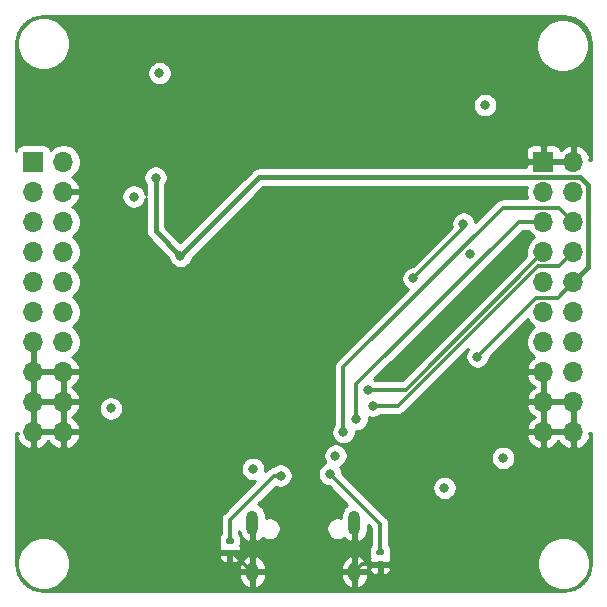
<source format=gbr>
%TF.GenerationSoftware,KiCad,Pcbnew,(5.1.12-1-10_14)*%
%TF.CreationDate,2021-12-26T14:39:33+08:00*%
%TF.ProjectId,esp32-c1_devboard,65737033-322d-4633-915f-646576626f61,rev?*%
%TF.SameCoordinates,Original*%
%TF.FileFunction,Copper,L4,Bot*%
%TF.FilePolarity,Positive*%
%FSLAX46Y46*%
G04 Gerber Fmt 4.6, Leading zero omitted, Abs format (unit mm)*
G04 Created by KiCad (PCBNEW (5.1.12-1-10_14)) date 2021-12-26 14:39:33*
%MOMM*%
%LPD*%
G01*
G04 APERTURE LIST*
%TA.AperFunction,ComponentPad*%
%ADD10O,1.700000X1.700000*%
%TD*%
%TA.AperFunction,ComponentPad*%
%ADD11R,1.700000X1.700000*%
%TD*%
%TA.AperFunction,ComponentPad*%
%ADD12O,1.000000X2.100000*%
%TD*%
%TA.AperFunction,ComponentPad*%
%ADD13O,1.000000X1.600000*%
%TD*%
%TA.AperFunction,ViaPad*%
%ADD14C,0.800000*%
%TD*%
%TA.AperFunction,Conductor*%
%ADD15C,0.300000*%
%TD*%
%TA.AperFunction,Conductor*%
%ADD16C,0.381000*%
%TD*%
%TA.AperFunction,Conductor*%
%ADD17C,0.254000*%
%TD*%
%TA.AperFunction,Conductor*%
%ADD18C,0.100000*%
%TD*%
G04 APERTURE END LIST*
D10*
%TO.P,J3,20*%
%TO.N,GND*%
X147860000Y-85860000D03*
%TO.P,J3,19*%
X145320000Y-85860000D03*
%TO.P,J3,18*%
X147860000Y-83320000D03*
%TO.P,J3,17*%
X145320000Y-83320000D03*
%TO.P,J3,16*%
%TO.N,GPIO4*%
X147860000Y-80780000D03*
%TO.P,J3,15*%
%TO.N,GND*%
X145320000Y-80780000D03*
%TO.P,J3,14*%
%TO.N,GPIO6*%
X147860000Y-78240000D03*
%TO.P,J3,13*%
%TO.N,GPIO5*%
X145320000Y-78240000D03*
%TO.P,J3,12*%
%TO.N,GPIO8*%
X147860000Y-75700000D03*
%TO.P,J3,11*%
%TO.N,GPIO7*%
X145320000Y-75700000D03*
%TO.P,J3,10*%
%TO.N,CHIP_PU*%
X147860000Y-73160000D03*
%TO.P,J3,9*%
%TO.N,GPIO9*%
X145320000Y-73160000D03*
%TO.P,J3,8*%
%TO.N,GPIO19*%
X147860000Y-70620000D03*
%TO.P,J3,7*%
%TO.N,GPIO18*%
X145320000Y-70620000D03*
%TO.P,J3,6*%
%TO.N,U0TXD*%
X147860000Y-68080000D03*
%TO.P,J3,5*%
%TO.N,U0RXD*%
X145320000Y-68080000D03*
%TO.P,J3,4*%
%TO.N,+3V3*%
X147860000Y-65540000D03*
%TO.P,J3,3*%
X145320000Y-65540000D03*
%TO.P,J3,2*%
%TO.N,GND*%
X147860000Y-63000000D03*
D11*
%TO.P,J3,1*%
X145320000Y-63000000D03*
%TD*%
D10*
%TO.P,J2,20*%
%TO.N,GND*%
X104680000Y-85860000D03*
%TO.P,J2,19*%
X102140000Y-85860000D03*
%TO.P,J2,18*%
X104680000Y-83320000D03*
%TO.P,J2,17*%
X102140000Y-83320000D03*
%TO.P,J2,16*%
X104680000Y-80780000D03*
%TO.P,J2,15*%
X102140000Y-80780000D03*
%TO.P,J2,14*%
%TO.N,GPIO10*%
X104680000Y-78240000D03*
%TO.P,J2,13*%
%TO.N,GND*%
X102140000Y-78240000D03*
%TO.P,J2,12*%
%TO.N,GPIO1*%
X104680000Y-75700000D03*
%TO.P,J2,11*%
%TO.N,GPIO0*%
X102140000Y-75700000D03*
%TO.P,J2,10*%
%TO.N,GPIO3*%
X104680000Y-73160000D03*
%TO.P,J2,9*%
%TO.N,GPIO2*%
X102140000Y-73160000D03*
%TO.P,J2,8*%
%TO.N,+3V3*%
X104680000Y-70620000D03*
%TO.P,J2,7*%
X102140000Y-70620000D03*
%TO.P,J2,6*%
X104680000Y-68080000D03*
%TO.P,J2,5*%
X102140000Y-68080000D03*
%TO.P,J2,4*%
%TO.N,GND*%
X104680000Y-65540000D03*
%TO.P,J2,3*%
%TO.N,+3V3*%
X102140000Y-65540000D03*
%TO.P,J2,2*%
%TO.N,+5V*%
X104680000Y-63000000D03*
D11*
%TO.P,J2,1*%
%TO.N,+3V3*%
X102140000Y-63000000D03*
%TD*%
%TO.P,R2,2*%
%TO.N,GND*%
%TA.AperFunction,SMDPad,CuDef*%
G36*
G01*
X131305000Y-96810000D02*
X131675000Y-96810000D01*
G75*
G02*
X131810000Y-96945000I0J-135000D01*
G01*
X131810000Y-97215000D01*
G75*
G02*
X131675000Y-97350000I-135000J0D01*
G01*
X131305000Y-97350000D01*
G75*
G02*
X131170000Y-97215000I0J135000D01*
G01*
X131170000Y-96945000D01*
G75*
G02*
X131305000Y-96810000I135000J0D01*
G01*
G37*
%TD.AperFunction*%
%TO.P,R2,1*%
%TO.N,Net-(J1-PadB5)*%
%TA.AperFunction,SMDPad,CuDef*%
G36*
G01*
X131305000Y-95790000D02*
X131675000Y-95790000D01*
G75*
G02*
X131810000Y-95925000I0J-135000D01*
G01*
X131810000Y-96195000D01*
G75*
G02*
X131675000Y-96330000I-135000J0D01*
G01*
X131305000Y-96330000D01*
G75*
G02*
X131170000Y-96195000I0J135000D01*
G01*
X131170000Y-95925000D01*
G75*
G02*
X131305000Y-95790000I135000J0D01*
G01*
G37*
%TD.AperFunction*%
%TD*%
%TO.P,R1,2*%
%TO.N,GND*%
%TA.AperFunction,SMDPad,CuDef*%
G36*
G01*
X118585000Y-95840000D02*
X118955000Y-95840000D01*
G75*
G02*
X119090000Y-95975000I0J-135000D01*
G01*
X119090000Y-96245000D01*
G75*
G02*
X118955000Y-96380000I-135000J0D01*
G01*
X118585000Y-96380000D01*
G75*
G02*
X118450000Y-96245000I0J135000D01*
G01*
X118450000Y-95975000D01*
G75*
G02*
X118585000Y-95840000I135000J0D01*
G01*
G37*
%TD.AperFunction*%
%TO.P,R1,1*%
%TO.N,Net-(J1-PadA5)*%
%TA.AperFunction,SMDPad,CuDef*%
G36*
G01*
X118585000Y-94820000D02*
X118955000Y-94820000D01*
G75*
G02*
X119090000Y-94955000I0J-135000D01*
G01*
X119090000Y-95225000D01*
G75*
G02*
X118955000Y-95360000I-135000J0D01*
G01*
X118585000Y-95360000D01*
G75*
G02*
X118450000Y-95225000I0J135000D01*
G01*
X118450000Y-94955000D01*
G75*
G02*
X118585000Y-94820000I135000J0D01*
G01*
G37*
%TD.AperFunction*%
%TD*%
D12*
%TO.P,J1,S1*%
%TO.N,GND*%
X129320000Y-93540000D03*
X120680000Y-93540000D03*
D13*
X120680000Y-97720000D03*
X129320000Y-97720000D03*
%TD*%
D14*
%TO.N,GND*%
X133570000Y-62580000D03*
X133180000Y-52400000D03*
X112480000Y-88030000D03*
X102390000Y-90690000D03*
X137270000Y-76190000D03*
%TO.N,+3V3*%
X139100000Y-70790000D03*
X136930000Y-90610000D03*
X141910000Y-88070000D03*
X108690000Y-83880000D03*
X110630000Y-65940000D03*
X112810000Y-55480000D03*
X140390000Y-58200000D03*
%TO.N,+5V*%
X127710000Y-87880000D03*
X120730000Y-89000000D03*
%TO.N,Net-(J1-PadA5)*%
X123060000Y-89560000D03*
%TO.N,Net-(J1-PadB5)*%
X127260000Y-89440000D03*
%TO.N,GPIO9*%
X134310000Y-72870000D03*
X138540000Y-68240000D03*
%TO.N,CHIP_PU*%
X139730000Y-79490000D03*
X114580000Y-70960000D03*
X112480000Y-64340000D03*
%TO.N,U0TXD*%
X128390000Y-85880000D03*
%TO.N,GPIO19*%
X130880000Y-83640000D03*
%TO.N,GPIO18*%
X130430000Y-82290000D03*
%TO.N,U0RXD*%
X129490000Y-84790000D03*
%TD*%
D15*
%TO.N,GND*%
X129960000Y-97080000D02*
X129320000Y-97720000D01*
X131490000Y-97080000D02*
X129960000Y-97080000D01*
X119070000Y-96110000D02*
X120680000Y-97720000D01*
X118770000Y-96110000D02*
X119070000Y-96110000D01*
%TO.N,Net-(J1-PadA5)*%
X118770000Y-93284315D02*
X118770000Y-95090000D01*
X122494315Y-89560000D02*
X118770000Y-93284315D01*
X123060000Y-89560000D02*
X122494315Y-89560000D01*
%TO.N,Net-(J1-PadB5)*%
X131490000Y-93670000D02*
X131490000Y-96060000D01*
X127260000Y-89440000D02*
X131490000Y-93670000D01*
%TO.N,GPIO9*%
X138540000Y-68640000D02*
X138540000Y-68240000D01*
X134310000Y-72870000D02*
X138540000Y-68640000D01*
%TO.N,CHIP_PU*%
X146520001Y-74499999D02*
X147860000Y-73160000D01*
X144720001Y-74499999D02*
X146520001Y-74499999D01*
X139730000Y-79490000D02*
X144720001Y-74499999D01*
D16*
X114580000Y-70960000D02*
X112480000Y-68860000D01*
X112480000Y-68860000D02*
X112480000Y-64340000D01*
X149100501Y-64944559D02*
X148455441Y-64299499D01*
X121240501Y-64299499D02*
X114580000Y-70960000D01*
X149100501Y-71919499D02*
X149100501Y-64944559D01*
X148455441Y-64299499D02*
X121240501Y-64299499D01*
X147860000Y-73160000D02*
X149100501Y-71919499D01*
D15*
%TO.N,U0TXD*%
X146659999Y-66879999D02*
X147860000Y-68080000D01*
X141899999Y-66879999D02*
X146659999Y-66879999D01*
X128390000Y-80389998D02*
X141899999Y-66879999D01*
X128390000Y-85880000D02*
X128390000Y-80389998D01*
%TO.N,GPIO19*%
X146659999Y-71820001D02*
X147860000Y-70620000D01*
X144827119Y-71820001D02*
X146659999Y-71820001D01*
X133007120Y-83640000D02*
X144827119Y-71820001D01*
X130880000Y-83640000D02*
X133007120Y-83640000D01*
%TO.N,GPIO18*%
X133650000Y-82290000D02*
X145320000Y-70620000D01*
X130430000Y-82290000D02*
X133650000Y-82290000D01*
%TO.N,U0RXD*%
X129490000Y-84790000D02*
X129490000Y-81820000D01*
X143230000Y-68080000D02*
X145320000Y-68080000D01*
X129490000Y-81820000D02*
X143230000Y-68080000D01*
%TD*%
D17*
%TO.N,GND*%
X147453893Y-50707670D02*
X147890498Y-50839489D01*
X148293185Y-51053600D01*
X148646612Y-51341848D01*
X148937327Y-51693261D01*
X149154242Y-52094439D01*
X149289106Y-52530113D01*
X149340000Y-53014344D01*
X149340000Y-62872998D01*
X149180156Y-62872998D01*
X149301476Y-62643110D01*
X149256825Y-62495901D01*
X149131641Y-62233080D01*
X148957588Y-61999731D01*
X148741355Y-61804822D01*
X148491252Y-61655843D01*
X148216891Y-61558519D01*
X147987000Y-61679186D01*
X147987000Y-62873000D01*
X148007000Y-62873000D01*
X148007000Y-63127000D01*
X147987000Y-63127000D01*
X147987000Y-63147000D01*
X147733000Y-63147000D01*
X147733000Y-63127000D01*
X145447000Y-63127000D01*
X145447000Y-63147000D01*
X145193000Y-63147000D01*
X145193000Y-63127000D01*
X143993750Y-63127000D01*
X143835000Y-63285750D01*
X143833975Y-63473999D01*
X121281051Y-63473999D01*
X121240501Y-63470005D01*
X121199950Y-63473999D01*
X121199948Y-63473999D01*
X121078675Y-63485943D01*
X120945161Y-63526444D01*
X120923067Y-63533146D01*
X120779658Y-63609800D01*
X120685459Y-63687107D01*
X120685458Y-63687108D01*
X120653960Y-63712958D01*
X120628112Y-63744454D01*
X114580000Y-69792568D01*
X113305500Y-68518068D01*
X113305500Y-64967503D01*
X113397205Y-64830256D01*
X113475226Y-64641898D01*
X113515000Y-64441939D01*
X113515000Y-64238061D01*
X113475226Y-64038102D01*
X113397205Y-63849744D01*
X113283937Y-63680226D01*
X113139774Y-63536063D01*
X112970256Y-63422795D01*
X112781898Y-63344774D01*
X112581939Y-63305000D01*
X112378061Y-63305000D01*
X112178102Y-63344774D01*
X111989744Y-63422795D01*
X111820226Y-63536063D01*
X111676063Y-63680226D01*
X111562795Y-63849744D01*
X111484774Y-64038102D01*
X111445000Y-64238061D01*
X111445000Y-64441939D01*
X111484774Y-64641898D01*
X111562795Y-64830256D01*
X111654501Y-64967504D01*
X111654501Y-65785277D01*
X111625226Y-65638102D01*
X111547205Y-65449744D01*
X111433937Y-65280226D01*
X111289774Y-65136063D01*
X111120256Y-65022795D01*
X110931898Y-64944774D01*
X110731939Y-64905000D01*
X110528061Y-64905000D01*
X110328102Y-64944774D01*
X110139744Y-65022795D01*
X109970226Y-65136063D01*
X109826063Y-65280226D01*
X109712795Y-65449744D01*
X109634774Y-65638102D01*
X109595000Y-65838061D01*
X109595000Y-66041939D01*
X109634774Y-66241898D01*
X109712795Y-66430256D01*
X109826063Y-66599774D01*
X109970226Y-66743937D01*
X110139744Y-66857205D01*
X110328102Y-66935226D01*
X110528061Y-66975000D01*
X110731939Y-66975000D01*
X110931898Y-66935226D01*
X111120256Y-66857205D01*
X111289774Y-66743937D01*
X111433937Y-66599774D01*
X111547205Y-66430256D01*
X111625226Y-66241898D01*
X111654501Y-66094723D01*
X111654500Y-68819449D01*
X111650506Y-68860000D01*
X111654500Y-68900550D01*
X111654500Y-68900552D01*
X111666444Y-69021825D01*
X111700775Y-69135000D01*
X111713647Y-69177433D01*
X111790301Y-69320842D01*
X111824214Y-69362165D01*
X111893459Y-69446541D01*
X111924966Y-69472398D01*
X113552572Y-71100004D01*
X113584774Y-71261898D01*
X113662795Y-71450256D01*
X113776063Y-71619774D01*
X113920226Y-71763937D01*
X114089744Y-71877205D01*
X114278102Y-71955226D01*
X114478061Y-71995000D01*
X114681939Y-71995000D01*
X114881898Y-71955226D01*
X115070256Y-71877205D01*
X115239774Y-71763937D01*
X115383937Y-71619774D01*
X115497205Y-71450256D01*
X115575226Y-71261898D01*
X115607429Y-71100004D01*
X121582435Y-65124999D01*
X143888456Y-65124999D01*
X143835000Y-65393740D01*
X143835000Y-65686260D01*
X143892068Y-65973158D01*
X143942536Y-66094999D01*
X141938555Y-66094999D01*
X141899999Y-66091202D01*
X141861443Y-66094999D01*
X141861438Y-66094999D01*
X141821025Y-66098979D01*
X141746112Y-66106357D01*
X141598139Y-66151245D01*
X141461766Y-66224137D01*
X141342235Y-66322235D01*
X141317652Y-66352189D01*
X139567829Y-68102012D01*
X139535226Y-67938102D01*
X139457205Y-67749744D01*
X139343937Y-67580226D01*
X139199774Y-67436063D01*
X139030256Y-67322795D01*
X138841898Y-67244774D01*
X138641939Y-67205000D01*
X138438061Y-67205000D01*
X138238102Y-67244774D01*
X138049744Y-67322795D01*
X137880226Y-67436063D01*
X137736063Y-67580226D01*
X137622795Y-67749744D01*
X137544774Y-67938102D01*
X137505000Y-68138061D01*
X137505000Y-68341939D01*
X137541982Y-68527860D01*
X134234843Y-71835000D01*
X134208061Y-71835000D01*
X134008102Y-71874774D01*
X133819744Y-71952795D01*
X133650226Y-72066063D01*
X133506063Y-72210226D01*
X133392795Y-72379744D01*
X133314774Y-72568102D01*
X133275000Y-72768061D01*
X133275000Y-72971939D01*
X133314774Y-73171898D01*
X133392795Y-73360256D01*
X133506063Y-73529774D01*
X133650226Y-73673937D01*
X133819744Y-73787205D01*
X133864215Y-73805626D01*
X127862185Y-79807656D01*
X127832237Y-79832234D01*
X127807659Y-79862182D01*
X127807655Y-79862186D01*
X127774690Y-79902354D01*
X127734139Y-79951765D01*
X127701366Y-80013080D01*
X127661246Y-80088139D01*
X127616359Y-80236112D01*
X127601203Y-80389998D01*
X127605001Y-80428561D01*
X127605000Y-85201289D01*
X127586063Y-85220226D01*
X127472795Y-85389744D01*
X127394774Y-85578102D01*
X127355000Y-85778061D01*
X127355000Y-85981939D01*
X127394774Y-86181898D01*
X127472795Y-86370256D01*
X127586063Y-86539774D01*
X127730226Y-86683937D01*
X127899744Y-86797205D01*
X128088102Y-86875226D01*
X128288061Y-86915000D01*
X128491939Y-86915000D01*
X128691898Y-86875226D01*
X128880256Y-86797205D01*
X129049774Y-86683937D01*
X129193937Y-86539774D01*
X129307205Y-86370256D01*
X129370731Y-86216890D01*
X143878524Y-86216890D01*
X143923175Y-86364099D01*
X144048359Y-86626920D01*
X144222412Y-86860269D01*
X144438645Y-87055178D01*
X144688748Y-87204157D01*
X144963109Y-87301481D01*
X145193000Y-87180814D01*
X145193000Y-85987000D01*
X145447000Y-85987000D01*
X145447000Y-87180814D01*
X145676891Y-87301481D01*
X145951252Y-87204157D01*
X146201355Y-87055178D01*
X146417588Y-86860269D01*
X146590000Y-86629120D01*
X146762412Y-86860269D01*
X146978645Y-87055178D01*
X147228748Y-87204157D01*
X147503109Y-87301481D01*
X147733000Y-87180814D01*
X147733000Y-85987000D01*
X145447000Y-85987000D01*
X145193000Y-85987000D01*
X143999845Y-85987000D01*
X143878524Y-86216890D01*
X129370731Y-86216890D01*
X129385226Y-86181898D01*
X129425000Y-85981939D01*
X129425000Y-85825000D01*
X129591939Y-85825000D01*
X129791898Y-85785226D01*
X129980256Y-85707205D01*
X130149774Y-85593937D01*
X130293937Y-85449774D01*
X130407205Y-85280256D01*
X130485226Y-85091898D01*
X130525000Y-84891939D01*
X130525000Y-84688061D01*
X130508779Y-84606511D01*
X130578102Y-84635226D01*
X130778061Y-84675000D01*
X130981939Y-84675000D01*
X131181898Y-84635226D01*
X131370256Y-84557205D01*
X131539774Y-84443937D01*
X131558711Y-84425000D01*
X132968567Y-84425000D01*
X133007120Y-84428797D01*
X133045673Y-84425000D01*
X133045681Y-84425000D01*
X133161007Y-84413641D01*
X133308980Y-84368754D01*
X133445353Y-84295862D01*
X133564884Y-84197764D01*
X133589467Y-84167810D01*
X134080387Y-83676890D01*
X143878524Y-83676890D01*
X143923175Y-83824099D01*
X144048359Y-84086920D01*
X144222412Y-84320269D01*
X144438645Y-84515178D01*
X144564255Y-84590000D01*
X144438645Y-84664822D01*
X144222412Y-84859731D01*
X144048359Y-85093080D01*
X143923175Y-85355901D01*
X143878524Y-85503110D01*
X143999845Y-85733000D01*
X145193000Y-85733000D01*
X145193000Y-83447000D01*
X145447000Y-83447000D01*
X145447000Y-85733000D01*
X147733000Y-85733000D01*
X147733000Y-83447000D01*
X145447000Y-83447000D01*
X145193000Y-83447000D01*
X143999845Y-83447000D01*
X143878524Y-83676890D01*
X134080387Y-83676890D01*
X136620387Y-81136890D01*
X143878524Y-81136890D01*
X143923175Y-81284099D01*
X144048359Y-81546920D01*
X144222412Y-81780269D01*
X144438645Y-81975178D01*
X144564255Y-82050000D01*
X144438645Y-82124822D01*
X144222412Y-82319731D01*
X144048359Y-82553080D01*
X143923175Y-82815901D01*
X143878524Y-82963110D01*
X143999845Y-83193000D01*
X145193000Y-83193000D01*
X145193000Y-80907000D01*
X143999845Y-80907000D01*
X143878524Y-81136890D01*
X136620387Y-81136890D01*
X138924073Y-78833205D01*
X138812795Y-78999744D01*
X138734774Y-79188102D01*
X138695000Y-79388061D01*
X138695000Y-79591939D01*
X138734774Y-79791898D01*
X138812795Y-79980256D01*
X138926063Y-80149774D01*
X139070226Y-80293937D01*
X139239744Y-80407205D01*
X139428102Y-80485226D01*
X139628061Y-80525000D01*
X139831939Y-80525000D01*
X140031898Y-80485226D01*
X140220256Y-80407205D01*
X140389774Y-80293937D01*
X140533937Y-80149774D01*
X140647205Y-79980256D01*
X140725226Y-79791898D01*
X140765000Y-79591939D01*
X140765000Y-79565157D01*
X143981380Y-76348778D01*
X144004010Y-76403411D01*
X144166525Y-76646632D01*
X144373368Y-76853475D01*
X144547760Y-76970000D01*
X144373368Y-77086525D01*
X144166525Y-77293368D01*
X144004010Y-77536589D01*
X143892068Y-77806842D01*
X143835000Y-78093740D01*
X143835000Y-78386260D01*
X143892068Y-78673158D01*
X144004010Y-78943411D01*
X144166525Y-79186632D01*
X144373368Y-79393475D01*
X144555534Y-79515195D01*
X144438645Y-79584822D01*
X144222412Y-79779731D01*
X144048359Y-80013080D01*
X143923175Y-80275901D01*
X143878524Y-80423110D01*
X143999845Y-80653000D01*
X145193000Y-80653000D01*
X145193000Y-80633000D01*
X145447000Y-80633000D01*
X145447000Y-80653000D01*
X145467000Y-80653000D01*
X145467000Y-80907000D01*
X145447000Y-80907000D01*
X145447000Y-83193000D01*
X147733000Y-83193000D01*
X147733000Y-83173000D01*
X147987000Y-83173000D01*
X147987000Y-83193000D01*
X148007000Y-83193000D01*
X148007000Y-83447000D01*
X147987000Y-83447000D01*
X147987000Y-85733000D01*
X148007000Y-85733000D01*
X148007000Y-85987000D01*
X147987000Y-85987000D01*
X147987000Y-87180814D01*
X148216891Y-87301481D01*
X148491252Y-87204157D01*
X148741355Y-87055178D01*
X148957588Y-86860269D01*
X149131641Y-86626920D01*
X149256825Y-86364099D01*
X149301476Y-86216890D01*
X149180156Y-85987002D01*
X149340001Y-85987002D01*
X149340001Y-96967711D01*
X149292330Y-97453894D01*
X149160512Y-97890497D01*
X148946399Y-98293186D01*
X148658150Y-98646613D01*
X148306739Y-98937327D01*
X147905564Y-99154240D01*
X147469886Y-99289106D01*
X146985664Y-99340000D01*
X103032279Y-99340000D01*
X102546106Y-99292330D01*
X102109503Y-99160512D01*
X101706814Y-98946399D01*
X101353387Y-98658150D01*
X101062673Y-98306739D01*
X100845760Y-97905564D01*
X100710894Y-97469886D01*
X100660000Y-96985664D01*
X100660000Y-96779872D01*
X100765000Y-96779872D01*
X100765000Y-97220128D01*
X100850890Y-97651925D01*
X101019369Y-98058669D01*
X101263962Y-98424729D01*
X101575271Y-98736038D01*
X101941331Y-98980631D01*
X102348075Y-99149110D01*
X102779872Y-99235000D01*
X103220128Y-99235000D01*
X103651925Y-99149110D01*
X104058669Y-98980631D01*
X104424729Y-98736038D01*
X104736038Y-98424729D01*
X104980631Y-98058669D01*
X105068307Y-97847000D01*
X119545000Y-97847000D01*
X119545000Y-98147000D01*
X119591585Y-98365987D01*
X119679997Y-98571678D01*
X119806839Y-98756169D01*
X119967236Y-98912369D01*
X120155024Y-99034276D01*
X120378126Y-99114119D01*
X120553000Y-98987954D01*
X120553000Y-97847000D01*
X120807000Y-97847000D01*
X120807000Y-98987954D01*
X120981874Y-99114119D01*
X121204976Y-99034276D01*
X121392764Y-98912369D01*
X121553161Y-98756169D01*
X121680003Y-98571678D01*
X121768415Y-98365987D01*
X121815000Y-98147000D01*
X121815000Y-97847000D01*
X128185000Y-97847000D01*
X128185000Y-98147000D01*
X128231585Y-98365987D01*
X128319997Y-98571678D01*
X128446839Y-98756169D01*
X128607236Y-98912369D01*
X128795024Y-99034276D01*
X129018126Y-99114119D01*
X129193000Y-98987954D01*
X129193000Y-97847000D01*
X129447000Y-97847000D01*
X129447000Y-98987954D01*
X129621874Y-99114119D01*
X129844976Y-99034276D01*
X130032764Y-98912369D01*
X130193161Y-98756169D01*
X130320003Y-98571678D01*
X130408415Y-98365987D01*
X130455000Y-98147000D01*
X130455000Y-97847000D01*
X129447000Y-97847000D01*
X129193000Y-97847000D01*
X128185000Y-97847000D01*
X121815000Y-97847000D01*
X120807000Y-97847000D01*
X120553000Y-97847000D01*
X119545000Y-97847000D01*
X105068307Y-97847000D01*
X105149110Y-97651925D01*
X105220504Y-97293000D01*
X119545000Y-97293000D01*
X119545000Y-97593000D01*
X120553000Y-97593000D01*
X120553000Y-96452046D01*
X120807000Y-96452046D01*
X120807000Y-97593000D01*
X121815000Y-97593000D01*
X121815000Y-97293000D01*
X128185000Y-97293000D01*
X128185000Y-97593000D01*
X129193000Y-97593000D01*
X129193000Y-96452046D01*
X129447000Y-96452046D01*
X129447000Y-97593000D01*
X130455000Y-97593000D01*
X130455000Y-97365750D01*
X130535000Y-97365750D01*
X130545774Y-97482202D01*
X130583559Y-97601442D01*
X130643882Y-97711020D01*
X130724422Y-97806724D01*
X130822086Y-97884876D01*
X130933121Y-97942473D01*
X131053258Y-97977301D01*
X131177881Y-97988023D01*
X131204250Y-97985000D01*
X131363000Y-97826250D01*
X131363000Y-97207000D01*
X131617000Y-97207000D01*
X131617000Y-97826250D01*
X131775750Y-97985000D01*
X131802119Y-97988023D01*
X131926742Y-97977301D01*
X132046879Y-97942473D01*
X132157914Y-97884876D01*
X132255578Y-97806724D01*
X132336118Y-97711020D01*
X132396441Y-97601442D01*
X132434226Y-97482202D01*
X132445000Y-97365750D01*
X132286250Y-97207000D01*
X131617000Y-97207000D01*
X131363000Y-97207000D01*
X130693750Y-97207000D01*
X130535000Y-97365750D01*
X130455000Y-97365750D01*
X130455000Y-97293000D01*
X130408415Y-97074013D01*
X130320003Y-96868322D01*
X130193161Y-96683831D01*
X130032764Y-96527631D01*
X129844976Y-96405724D01*
X129621874Y-96325881D01*
X129447000Y-96452046D01*
X129193000Y-96452046D01*
X129018126Y-96325881D01*
X128795024Y-96405724D01*
X128607236Y-96527631D01*
X128446839Y-96683831D01*
X128319997Y-96868322D01*
X128231585Y-97074013D01*
X128185000Y-97293000D01*
X121815000Y-97293000D01*
X121768415Y-97074013D01*
X121680003Y-96868322D01*
X121553161Y-96683831D01*
X121392764Y-96527631D01*
X121204976Y-96405724D01*
X120981874Y-96325881D01*
X120807000Y-96452046D01*
X120553000Y-96452046D01*
X120378126Y-96325881D01*
X120155024Y-96405724D01*
X119967236Y-96527631D01*
X119806839Y-96683831D01*
X119679997Y-96868322D01*
X119591585Y-97074013D01*
X119545000Y-97293000D01*
X105220504Y-97293000D01*
X105235000Y-97220128D01*
X105235000Y-96779872D01*
X105158594Y-96395750D01*
X117815000Y-96395750D01*
X117825774Y-96512202D01*
X117863559Y-96631442D01*
X117923882Y-96741020D01*
X118004422Y-96836724D01*
X118102086Y-96914876D01*
X118213121Y-96972473D01*
X118333258Y-97007301D01*
X118457881Y-97018023D01*
X118484250Y-97015000D01*
X118643000Y-96856250D01*
X118643000Y-96237000D01*
X118897000Y-96237000D01*
X118897000Y-96856250D01*
X119055750Y-97015000D01*
X119082119Y-97018023D01*
X119206742Y-97007301D01*
X119326879Y-96972473D01*
X119437914Y-96914876D01*
X119535578Y-96836724D01*
X119616118Y-96741020D01*
X119676441Y-96631442D01*
X119714226Y-96512202D01*
X119725000Y-96395750D01*
X119566250Y-96237000D01*
X118897000Y-96237000D01*
X118643000Y-96237000D01*
X117973750Y-96237000D01*
X117815000Y-96395750D01*
X105158594Y-96395750D01*
X105149110Y-96348075D01*
X104980631Y-95941331D01*
X104736038Y-95575271D01*
X104424729Y-95263962D01*
X104058669Y-95019369D01*
X103903269Y-94955000D01*
X117811928Y-94955000D01*
X117811928Y-95225000D01*
X117826782Y-95375819D01*
X117870775Y-95520842D01*
X117885584Y-95548549D01*
X117863559Y-95588558D01*
X117825774Y-95707798D01*
X117815000Y-95824250D01*
X117973750Y-95983000D01*
X118433462Y-95983000D01*
X118434181Y-95983218D01*
X118585000Y-95998072D01*
X118955000Y-95998072D01*
X119105819Y-95983218D01*
X119106538Y-95983000D01*
X119566250Y-95983000D01*
X119725000Y-95824250D01*
X119714226Y-95707798D01*
X119676441Y-95588558D01*
X119654416Y-95548549D01*
X119669225Y-95520842D01*
X119713218Y-95375819D01*
X119728072Y-95225000D01*
X119728072Y-94955000D01*
X119713218Y-94804181D01*
X119669225Y-94659158D01*
X119597786Y-94525504D01*
X119555000Y-94473370D01*
X119555000Y-94264008D01*
X119591585Y-94435987D01*
X119679997Y-94641678D01*
X119806839Y-94826169D01*
X119967236Y-94982369D01*
X120155024Y-95104276D01*
X120378126Y-95184119D01*
X120553000Y-95057954D01*
X120553000Y-93667000D01*
X120533000Y-93667000D01*
X120533000Y-93413000D01*
X120553000Y-93413000D01*
X120553000Y-93393000D01*
X120807000Y-93393000D01*
X120807000Y-93413000D01*
X120827000Y-93413000D01*
X120827000Y-93667000D01*
X120807000Y-93667000D01*
X120807000Y-95057954D01*
X120981874Y-95184119D01*
X121204976Y-95104276D01*
X121392764Y-94982369D01*
X121537116Y-94841794D01*
X121655269Y-94920741D01*
X121829978Y-94993108D01*
X122015448Y-95030000D01*
X122204552Y-95030000D01*
X122390022Y-94993108D01*
X122564731Y-94920741D01*
X122721964Y-94815681D01*
X122855681Y-94681964D01*
X122960741Y-94524731D01*
X123033108Y-94350022D01*
X123070000Y-94164552D01*
X123070000Y-93975448D01*
X123033108Y-93789978D01*
X122960741Y-93615269D01*
X122855681Y-93458036D01*
X122721964Y-93324319D01*
X122564731Y-93219259D01*
X122390022Y-93146892D01*
X122204552Y-93110000D01*
X122015448Y-93110000D01*
X121829978Y-93146892D01*
X121815000Y-93153096D01*
X121815000Y-92863000D01*
X121768415Y-92644013D01*
X121680003Y-92438322D01*
X121553161Y-92253831D01*
X121392764Y-92097631D01*
X121204976Y-91975724D01*
X121193025Y-91971447D01*
X122652845Y-90511627D01*
X122758102Y-90555226D01*
X122958061Y-90595000D01*
X123161939Y-90595000D01*
X123361898Y-90555226D01*
X123550256Y-90477205D01*
X123719774Y-90363937D01*
X123863937Y-90219774D01*
X123977205Y-90050256D01*
X124055226Y-89861898D01*
X124095000Y-89661939D01*
X124095000Y-89458061D01*
X124071131Y-89338061D01*
X126225000Y-89338061D01*
X126225000Y-89541939D01*
X126264774Y-89741898D01*
X126342795Y-89930256D01*
X126456063Y-90099774D01*
X126600226Y-90243937D01*
X126769744Y-90357205D01*
X126958102Y-90435226D01*
X127158061Y-90475000D01*
X127184843Y-90475000D01*
X128728653Y-92018810D01*
X128607236Y-92097631D01*
X128446839Y-92253831D01*
X128319997Y-92438322D01*
X128231585Y-92644013D01*
X128185000Y-92863000D01*
X128185000Y-93153096D01*
X128170022Y-93146892D01*
X127984552Y-93110000D01*
X127795448Y-93110000D01*
X127609978Y-93146892D01*
X127435269Y-93219259D01*
X127278036Y-93324319D01*
X127144319Y-93458036D01*
X127039259Y-93615269D01*
X126966892Y-93789978D01*
X126930000Y-93975448D01*
X126930000Y-94164552D01*
X126966892Y-94350022D01*
X127039259Y-94524731D01*
X127144319Y-94681964D01*
X127278036Y-94815681D01*
X127435269Y-94920741D01*
X127609978Y-94993108D01*
X127795448Y-95030000D01*
X127984552Y-95030000D01*
X128170022Y-94993108D01*
X128344731Y-94920741D01*
X128462884Y-94841794D01*
X128607236Y-94982369D01*
X128795024Y-95104276D01*
X129018126Y-95184119D01*
X129193000Y-95057954D01*
X129193000Y-93667000D01*
X129173000Y-93667000D01*
X129173000Y-93413000D01*
X129193000Y-93413000D01*
X129193000Y-93393000D01*
X129447000Y-93393000D01*
X129447000Y-93413000D01*
X129467000Y-93413000D01*
X129467000Y-93667000D01*
X129447000Y-93667000D01*
X129447000Y-95057954D01*
X129621874Y-95184119D01*
X129844976Y-95104276D01*
X130032764Y-94982369D01*
X130193161Y-94826169D01*
X130320003Y-94641678D01*
X130408415Y-94435987D01*
X130455000Y-94217000D01*
X130455000Y-93745158D01*
X130705000Y-93995158D01*
X130705001Y-95443369D01*
X130662214Y-95495504D01*
X130590775Y-95629158D01*
X130546782Y-95774181D01*
X130531928Y-95925000D01*
X130531928Y-96195000D01*
X130546782Y-96345819D01*
X130590775Y-96490842D01*
X130605584Y-96518549D01*
X130583559Y-96558558D01*
X130545774Y-96677798D01*
X130535000Y-96794250D01*
X130693750Y-96953000D01*
X131153462Y-96953000D01*
X131154181Y-96953218D01*
X131305000Y-96968072D01*
X131675000Y-96968072D01*
X131825819Y-96953218D01*
X131826538Y-96953000D01*
X132286250Y-96953000D01*
X132445000Y-96794250D01*
X132443670Y-96779872D01*
X144765000Y-96779872D01*
X144765000Y-97220128D01*
X144850890Y-97651925D01*
X145019369Y-98058669D01*
X145263962Y-98424729D01*
X145575271Y-98736038D01*
X145941331Y-98980631D01*
X146348075Y-99149110D01*
X146779872Y-99235000D01*
X147220128Y-99235000D01*
X147651925Y-99149110D01*
X148058669Y-98980631D01*
X148424729Y-98736038D01*
X148736038Y-98424729D01*
X148980631Y-98058669D01*
X149149110Y-97651925D01*
X149235000Y-97220128D01*
X149235000Y-96779872D01*
X149149110Y-96348075D01*
X148980631Y-95941331D01*
X148736038Y-95575271D01*
X148424729Y-95263962D01*
X148058669Y-95019369D01*
X147651925Y-94850890D01*
X147220128Y-94765000D01*
X146779872Y-94765000D01*
X146348075Y-94850890D01*
X145941331Y-95019369D01*
X145575271Y-95263962D01*
X145263962Y-95575271D01*
X145019369Y-95941331D01*
X144850890Y-96348075D01*
X144765000Y-96779872D01*
X132443670Y-96779872D01*
X132434226Y-96677798D01*
X132396441Y-96558558D01*
X132374416Y-96518549D01*
X132389225Y-96490842D01*
X132433218Y-96345819D01*
X132448072Y-96195000D01*
X132448072Y-95925000D01*
X132433218Y-95774181D01*
X132389225Y-95629158D01*
X132317786Y-95495504D01*
X132275000Y-95443370D01*
X132275000Y-93708552D01*
X132278797Y-93669999D01*
X132275000Y-93631446D01*
X132275000Y-93631439D01*
X132263641Y-93516113D01*
X132218754Y-93368140D01*
X132145862Y-93231767D01*
X132047764Y-93112236D01*
X132017817Y-93087659D01*
X129438219Y-90508061D01*
X135895000Y-90508061D01*
X135895000Y-90711939D01*
X135934774Y-90911898D01*
X136012795Y-91100256D01*
X136126063Y-91269774D01*
X136270226Y-91413937D01*
X136439744Y-91527205D01*
X136628102Y-91605226D01*
X136828061Y-91645000D01*
X137031939Y-91645000D01*
X137231898Y-91605226D01*
X137420256Y-91527205D01*
X137589774Y-91413937D01*
X137733937Y-91269774D01*
X137847205Y-91100256D01*
X137925226Y-90911898D01*
X137965000Y-90711939D01*
X137965000Y-90508061D01*
X137925226Y-90308102D01*
X137847205Y-90119744D01*
X137733937Y-89950226D01*
X137589774Y-89806063D01*
X137420256Y-89692795D01*
X137231898Y-89614774D01*
X137031939Y-89575000D01*
X136828061Y-89575000D01*
X136628102Y-89614774D01*
X136439744Y-89692795D01*
X136270226Y-89806063D01*
X136126063Y-89950226D01*
X136012795Y-90119744D01*
X135934774Y-90308102D01*
X135895000Y-90508061D01*
X129438219Y-90508061D01*
X128295000Y-89364843D01*
X128295000Y-89338061D01*
X128255226Y-89138102D01*
X128177205Y-88949744D01*
X128102373Y-88837750D01*
X128200256Y-88797205D01*
X128369774Y-88683937D01*
X128513937Y-88539774D01*
X128627205Y-88370256D01*
X128705226Y-88181898D01*
X128745000Y-87981939D01*
X128745000Y-87968061D01*
X140875000Y-87968061D01*
X140875000Y-88171939D01*
X140914774Y-88371898D01*
X140992795Y-88560256D01*
X141106063Y-88729774D01*
X141250226Y-88873937D01*
X141419744Y-88987205D01*
X141608102Y-89065226D01*
X141808061Y-89105000D01*
X142011939Y-89105000D01*
X142211898Y-89065226D01*
X142400256Y-88987205D01*
X142569774Y-88873937D01*
X142713937Y-88729774D01*
X142827205Y-88560256D01*
X142905226Y-88371898D01*
X142945000Y-88171939D01*
X142945000Y-87968061D01*
X142905226Y-87768102D01*
X142827205Y-87579744D01*
X142713937Y-87410226D01*
X142569774Y-87266063D01*
X142400256Y-87152795D01*
X142211898Y-87074774D01*
X142011939Y-87035000D01*
X141808061Y-87035000D01*
X141608102Y-87074774D01*
X141419744Y-87152795D01*
X141250226Y-87266063D01*
X141106063Y-87410226D01*
X140992795Y-87579744D01*
X140914774Y-87768102D01*
X140875000Y-87968061D01*
X128745000Y-87968061D01*
X128745000Y-87778061D01*
X128705226Y-87578102D01*
X128627205Y-87389744D01*
X128513937Y-87220226D01*
X128369774Y-87076063D01*
X128200256Y-86962795D01*
X128011898Y-86884774D01*
X127811939Y-86845000D01*
X127608061Y-86845000D01*
X127408102Y-86884774D01*
X127219744Y-86962795D01*
X127050226Y-87076063D01*
X126906063Y-87220226D01*
X126792795Y-87389744D01*
X126714774Y-87578102D01*
X126675000Y-87778061D01*
X126675000Y-87981939D01*
X126714774Y-88181898D01*
X126792795Y-88370256D01*
X126867627Y-88482250D01*
X126769744Y-88522795D01*
X126600226Y-88636063D01*
X126456063Y-88780226D01*
X126342795Y-88949744D01*
X126264774Y-89138102D01*
X126225000Y-89338061D01*
X124071131Y-89338061D01*
X124055226Y-89258102D01*
X123977205Y-89069744D01*
X123863937Y-88900226D01*
X123719774Y-88756063D01*
X123550256Y-88642795D01*
X123361898Y-88564774D01*
X123161939Y-88525000D01*
X122958061Y-88525000D01*
X122758102Y-88564774D01*
X122569744Y-88642795D01*
X122400226Y-88756063D01*
X122373154Y-88783135D01*
X122340428Y-88786358D01*
X122192455Y-88831246D01*
X122056082Y-88904138D01*
X121936551Y-89002236D01*
X121911968Y-89032190D01*
X121745826Y-89198332D01*
X121765000Y-89101939D01*
X121765000Y-88898061D01*
X121725226Y-88698102D01*
X121647205Y-88509744D01*
X121533937Y-88340226D01*
X121389774Y-88196063D01*
X121220256Y-88082795D01*
X121031898Y-88004774D01*
X120831939Y-87965000D01*
X120628061Y-87965000D01*
X120428102Y-88004774D01*
X120239744Y-88082795D01*
X120070226Y-88196063D01*
X119926063Y-88340226D01*
X119812795Y-88509744D01*
X119734774Y-88698102D01*
X119695000Y-88898061D01*
X119695000Y-89101939D01*
X119734774Y-89301898D01*
X119812795Y-89490256D01*
X119926063Y-89659774D01*
X120070226Y-89803937D01*
X120239744Y-89917205D01*
X120428102Y-89995226D01*
X120628061Y-90035000D01*
X120831939Y-90035000D01*
X120928332Y-90015826D01*
X118242190Y-92701968D01*
X118212236Y-92726551D01*
X118114138Y-92846083D01*
X118041246Y-92982456D01*
X117996359Y-93130429D01*
X117985000Y-93245755D01*
X117985000Y-93245762D01*
X117981203Y-93284315D01*
X117985000Y-93322868D01*
X117985001Y-94473369D01*
X117942214Y-94525504D01*
X117870775Y-94659158D01*
X117826782Y-94804181D01*
X117811928Y-94955000D01*
X103903269Y-94955000D01*
X103651925Y-94850890D01*
X103220128Y-94765000D01*
X102779872Y-94765000D01*
X102348075Y-94850890D01*
X101941331Y-95019369D01*
X101575271Y-95263962D01*
X101263962Y-95575271D01*
X101019369Y-95941331D01*
X100850890Y-96348075D01*
X100765000Y-96779872D01*
X100660000Y-96779872D01*
X100660000Y-85987002D01*
X100819844Y-85987002D01*
X100698524Y-86216890D01*
X100743175Y-86364099D01*
X100868359Y-86626920D01*
X101042412Y-86860269D01*
X101258645Y-87055178D01*
X101508748Y-87204157D01*
X101783109Y-87301481D01*
X102013000Y-87180814D01*
X102013000Y-85987000D01*
X102267000Y-85987000D01*
X102267000Y-87180814D01*
X102496891Y-87301481D01*
X102771252Y-87204157D01*
X103021355Y-87055178D01*
X103237588Y-86860269D01*
X103410000Y-86629120D01*
X103582412Y-86860269D01*
X103798645Y-87055178D01*
X104048748Y-87204157D01*
X104323109Y-87301481D01*
X104553000Y-87180814D01*
X104553000Y-85987000D01*
X104807000Y-85987000D01*
X104807000Y-87180814D01*
X105036891Y-87301481D01*
X105311252Y-87204157D01*
X105561355Y-87055178D01*
X105777588Y-86860269D01*
X105951641Y-86626920D01*
X106076825Y-86364099D01*
X106121476Y-86216890D01*
X106000155Y-85987000D01*
X104807000Y-85987000D01*
X104553000Y-85987000D01*
X102267000Y-85987000D01*
X102013000Y-85987000D01*
X101993000Y-85987000D01*
X101993000Y-85733000D01*
X102013000Y-85733000D01*
X102013000Y-83447000D01*
X102267000Y-83447000D01*
X102267000Y-85733000D01*
X104553000Y-85733000D01*
X104553000Y-83447000D01*
X104807000Y-83447000D01*
X104807000Y-85733000D01*
X106000155Y-85733000D01*
X106121476Y-85503110D01*
X106076825Y-85355901D01*
X105951641Y-85093080D01*
X105777588Y-84859731D01*
X105561355Y-84664822D01*
X105435745Y-84590000D01*
X105561355Y-84515178D01*
X105777588Y-84320269D01*
X105951641Y-84086920D01*
X106076825Y-83824099D01*
X106090789Y-83778061D01*
X107655000Y-83778061D01*
X107655000Y-83981939D01*
X107694774Y-84181898D01*
X107772795Y-84370256D01*
X107886063Y-84539774D01*
X108030226Y-84683937D01*
X108199744Y-84797205D01*
X108388102Y-84875226D01*
X108588061Y-84915000D01*
X108791939Y-84915000D01*
X108991898Y-84875226D01*
X109180256Y-84797205D01*
X109349774Y-84683937D01*
X109493937Y-84539774D01*
X109607205Y-84370256D01*
X109685226Y-84181898D01*
X109725000Y-83981939D01*
X109725000Y-83778061D01*
X109685226Y-83578102D01*
X109607205Y-83389744D01*
X109493937Y-83220226D01*
X109349774Y-83076063D01*
X109180256Y-82962795D01*
X108991898Y-82884774D01*
X108791939Y-82845000D01*
X108588061Y-82845000D01*
X108388102Y-82884774D01*
X108199744Y-82962795D01*
X108030226Y-83076063D01*
X107886063Y-83220226D01*
X107772795Y-83389744D01*
X107694774Y-83578102D01*
X107655000Y-83778061D01*
X106090789Y-83778061D01*
X106121476Y-83676890D01*
X106000155Y-83447000D01*
X104807000Y-83447000D01*
X104553000Y-83447000D01*
X102267000Y-83447000D01*
X102013000Y-83447000D01*
X101993000Y-83447000D01*
X101993000Y-83193000D01*
X102013000Y-83193000D01*
X102013000Y-80907000D01*
X102267000Y-80907000D01*
X102267000Y-83193000D01*
X104553000Y-83193000D01*
X104553000Y-80907000D01*
X104807000Y-80907000D01*
X104807000Y-83193000D01*
X106000155Y-83193000D01*
X106121476Y-82963110D01*
X106076825Y-82815901D01*
X105951641Y-82553080D01*
X105777588Y-82319731D01*
X105561355Y-82124822D01*
X105435745Y-82050000D01*
X105561355Y-81975178D01*
X105777588Y-81780269D01*
X105951641Y-81546920D01*
X106076825Y-81284099D01*
X106121476Y-81136890D01*
X106000155Y-80907000D01*
X104807000Y-80907000D01*
X104553000Y-80907000D01*
X102267000Y-80907000D01*
X102013000Y-80907000D01*
X101993000Y-80907000D01*
X101993000Y-80653000D01*
X102013000Y-80653000D01*
X102013000Y-78367000D01*
X101993000Y-78367000D01*
X101993000Y-78113000D01*
X102013000Y-78113000D01*
X102013000Y-78093000D01*
X102267000Y-78093000D01*
X102267000Y-78113000D01*
X102287000Y-78113000D01*
X102287000Y-78367000D01*
X102267000Y-78367000D01*
X102267000Y-80653000D01*
X104553000Y-80653000D01*
X104553000Y-80633000D01*
X104807000Y-80633000D01*
X104807000Y-80653000D01*
X106000155Y-80653000D01*
X106121476Y-80423110D01*
X106076825Y-80275901D01*
X105951641Y-80013080D01*
X105777588Y-79779731D01*
X105561355Y-79584822D01*
X105444466Y-79515195D01*
X105626632Y-79393475D01*
X105833475Y-79186632D01*
X105995990Y-78943411D01*
X106107932Y-78673158D01*
X106165000Y-78386260D01*
X106165000Y-78093740D01*
X106107932Y-77806842D01*
X105995990Y-77536589D01*
X105833475Y-77293368D01*
X105626632Y-77086525D01*
X105452240Y-76970000D01*
X105626632Y-76853475D01*
X105833475Y-76646632D01*
X105995990Y-76403411D01*
X106107932Y-76133158D01*
X106165000Y-75846260D01*
X106165000Y-75553740D01*
X106107932Y-75266842D01*
X105995990Y-74996589D01*
X105833475Y-74753368D01*
X105626632Y-74546525D01*
X105452240Y-74430000D01*
X105626632Y-74313475D01*
X105833475Y-74106632D01*
X105995990Y-73863411D01*
X106107932Y-73593158D01*
X106165000Y-73306260D01*
X106165000Y-73013740D01*
X106107932Y-72726842D01*
X105995990Y-72456589D01*
X105833475Y-72213368D01*
X105626632Y-72006525D01*
X105452240Y-71890000D01*
X105626632Y-71773475D01*
X105833475Y-71566632D01*
X105995990Y-71323411D01*
X106107932Y-71053158D01*
X106165000Y-70766260D01*
X106165000Y-70473740D01*
X106107932Y-70186842D01*
X105995990Y-69916589D01*
X105833475Y-69673368D01*
X105626632Y-69466525D01*
X105452240Y-69350000D01*
X105626632Y-69233475D01*
X105833475Y-69026632D01*
X105995990Y-68783411D01*
X106107932Y-68513158D01*
X106165000Y-68226260D01*
X106165000Y-67933740D01*
X106107932Y-67646842D01*
X105995990Y-67376589D01*
X105833475Y-67133368D01*
X105626632Y-66926525D01*
X105444466Y-66804805D01*
X105561355Y-66735178D01*
X105777588Y-66540269D01*
X105951641Y-66306920D01*
X106076825Y-66044099D01*
X106121476Y-65896890D01*
X106000155Y-65667000D01*
X104807000Y-65667000D01*
X104807000Y-65687000D01*
X104553000Y-65687000D01*
X104553000Y-65667000D01*
X104533000Y-65667000D01*
X104533000Y-65413000D01*
X104553000Y-65413000D01*
X104553000Y-65393000D01*
X104807000Y-65393000D01*
X104807000Y-65413000D01*
X106000155Y-65413000D01*
X106121476Y-65183110D01*
X106076825Y-65035901D01*
X105951641Y-64773080D01*
X105777588Y-64539731D01*
X105561355Y-64344822D01*
X105444466Y-64275195D01*
X105626632Y-64153475D01*
X105833475Y-63946632D01*
X105995990Y-63703411D01*
X106107932Y-63433158D01*
X106165000Y-63146260D01*
X106165000Y-62853740D01*
X106107932Y-62566842D01*
X105995990Y-62296589D01*
X105898043Y-62150000D01*
X143831928Y-62150000D01*
X143835000Y-62714250D01*
X143993750Y-62873000D01*
X145193000Y-62873000D01*
X145193000Y-61673750D01*
X145447000Y-61673750D01*
X145447000Y-62873000D01*
X147733000Y-62873000D01*
X147733000Y-61679186D01*
X147503109Y-61558519D01*
X147228748Y-61655843D01*
X146978645Y-61804822D01*
X146782498Y-61981626D01*
X146759502Y-61905820D01*
X146700537Y-61795506D01*
X146621185Y-61698815D01*
X146524494Y-61619463D01*
X146414180Y-61560498D01*
X146294482Y-61524188D01*
X146170000Y-61511928D01*
X145605750Y-61515000D01*
X145447000Y-61673750D01*
X145193000Y-61673750D01*
X145034250Y-61515000D01*
X144470000Y-61511928D01*
X144345518Y-61524188D01*
X144225820Y-61560498D01*
X144115506Y-61619463D01*
X144018815Y-61698815D01*
X143939463Y-61795506D01*
X143880498Y-61905820D01*
X143844188Y-62025518D01*
X143831928Y-62150000D01*
X105898043Y-62150000D01*
X105833475Y-62053368D01*
X105626632Y-61846525D01*
X105383411Y-61684010D01*
X105113158Y-61572068D01*
X104826260Y-61515000D01*
X104533740Y-61515000D01*
X104246842Y-61572068D01*
X103976589Y-61684010D01*
X103733368Y-61846525D01*
X103601513Y-61978380D01*
X103579502Y-61905820D01*
X103520537Y-61795506D01*
X103441185Y-61698815D01*
X103344494Y-61619463D01*
X103234180Y-61560498D01*
X103114482Y-61524188D01*
X102990000Y-61511928D01*
X101290000Y-61511928D01*
X101165518Y-61524188D01*
X101045820Y-61560498D01*
X100935506Y-61619463D01*
X100838815Y-61698815D01*
X100759463Y-61795506D01*
X100700498Y-61905820D01*
X100664188Y-62025518D01*
X100660000Y-62068041D01*
X100660000Y-58098061D01*
X139355000Y-58098061D01*
X139355000Y-58301939D01*
X139394774Y-58501898D01*
X139472795Y-58690256D01*
X139586063Y-58859774D01*
X139730226Y-59003937D01*
X139899744Y-59117205D01*
X140088102Y-59195226D01*
X140288061Y-59235000D01*
X140491939Y-59235000D01*
X140691898Y-59195226D01*
X140880256Y-59117205D01*
X141049774Y-59003937D01*
X141193937Y-58859774D01*
X141307205Y-58690256D01*
X141385226Y-58501898D01*
X141425000Y-58301939D01*
X141425000Y-58098061D01*
X141385226Y-57898102D01*
X141307205Y-57709744D01*
X141193937Y-57540226D01*
X141049774Y-57396063D01*
X140880256Y-57282795D01*
X140691898Y-57204774D01*
X140491939Y-57165000D01*
X140288061Y-57165000D01*
X140088102Y-57204774D01*
X139899744Y-57282795D01*
X139730226Y-57396063D01*
X139586063Y-57540226D01*
X139472795Y-57709744D01*
X139394774Y-57898102D01*
X139355000Y-58098061D01*
X100660000Y-58098061D01*
X100660000Y-55378061D01*
X111775000Y-55378061D01*
X111775000Y-55581939D01*
X111814774Y-55781898D01*
X111892795Y-55970256D01*
X112006063Y-56139774D01*
X112150226Y-56283937D01*
X112319744Y-56397205D01*
X112508102Y-56475226D01*
X112708061Y-56515000D01*
X112911939Y-56515000D01*
X113111898Y-56475226D01*
X113300256Y-56397205D01*
X113469774Y-56283937D01*
X113613937Y-56139774D01*
X113727205Y-55970256D01*
X113805226Y-55781898D01*
X113845000Y-55581939D01*
X113845000Y-55378061D01*
X113805226Y-55178102D01*
X113727205Y-54989744D01*
X113613937Y-54820226D01*
X113469774Y-54676063D01*
X113300256Y-54562795D01*
X113111898Y-54484774D01*
X112911939Y-54445000D01*
X112708061Y-54445000D01*
X112508102Y-54484774D01*
X112319744Y-54562795D01*
X112150226Y-54676063D01*
X112006063Y-54820226D01*
X111892795Y-54989744D01*
X111814774Y-55178102D01*
X111775000Y-55378061D01*
X100660000Y-55378061D01*
X100660000Y-53032279D01*
X100684748Y-52779872D01*
X100765000Y-52779872D01*
X100765000Y-53220128D01*
X100850890Y-53651925D01*
X101019369Y-54058669D01*
X101263962Y-54424729D01*
X101575271Y-54736038D01*
X101941331Y-54980631D01*
X102348075Y-55149110D01*
X102779872Y-55235000D01*
X103220128Y-55235000D01*
X103651925Y-55149110D01*
X104058669Y-54980631D01*
X104424729Y-54736038D01*
X104736038Y-54424729D01*
X104980631Y-54058669D01*
X105149110Y-53651925D01*
X105235000Y-53220128D01*
X105235000Y-52949872D01*
X144725000Y-52949872D01*
X144725000Y-53390128D01*
X144810890Y-53821925D01*
X144979369Y-54228669D01*
X145223962Y-54594729D01*
X145535271Y-54906038D01*
X145901331Y-55150631D01*
X146308075Y-55319110D01*
X146739872Y-55405000D01*
X147180128Y-55405000D01*
X147611925Y-55319110D01*
X148018669Y-55150631D01*
X148384729Y-54906038D01*
X148696038Y-54594729D01*
X148940631Y-54228669D01*
X149109110Y-53821925D01*
X149195000Y-53390128D01*
X149195000Y-52949872D01*
X149109110Y-52518075D01*
X148940631Y-52111331D01*
X148696038Y-51745271D01*
X148384729Y-51433962D01*
X148018669Y-51189369D01*
X147611925Y-51020890D01*
X147180128Y-50935000D01*
X146739872Y-50935000D01*
X146308075Y-51020890D01*
X145901331Y-51189369D01*
X145535271Y-51433962D01*
X145223962Y-51745271D01*
X144979369Y-52111331D01*
X144810890Y-52518075D01*
X144725000Y-52949872D01*
X105235000Y-52949872D01*
X105235000Y-52779872D01*
X105149110Y-52348075D01*
X104980631Y-51941331D01*
X104736038Y-51575271D01*
X104424729Y-51263962D01*
X104058669Y-51019369D01*
X103651925Y-50850890D01*
X103220128Y-50765000D01*
X102779872Y-50765000D01*
X102348075Y-50850890D01*
X101941331Y-51019369D01*
X101575271Y-51263962D01*
X101263962Y-51575271D01*
X101019369Y-51941331D01*
X100850890Y-52348075D01*
X100765000Y-52779872D01*
X100684748Y-52779872D01*
X100707670Y-52546107D01*
X100839489Y-52109502D01*
X101053600Y-51706815D01*
X101341848Y-51353388D01*
X101693261Y-51062673D01*
X102094439Y-50845758D01*
X102530113Y-50710894D01*
X103014344Y-50660000D01*
X146967721Y-50660000D01*
X147453893Y-50707670D01*
%TA.AperFunction,Conductor*%
D18*
G36*
X147453893Y-50707670D02*
G01*
X147890498Y-50839489D01*
X148293185Y-51053600D01*
X148646612Y-51341848D01*
X148937327Y-51693261D01*
X149154242Y-52094439D01*
X149289106Y-52530113D01*
X149340000Y-53014344D01*
X149340000Y-62872998D01*
X149180156Y-62872998D01*
X149301476Y-62643110D01*
X149256825Y-62495901D01*
X149131641Y-62233080D01*
X148957588Y-61999731D01*
X148741355Y-61804822D01*
X148491252Y-61655843D01*
X148216891Y-61558519D01*
X147987000Y-61679186D01*
X147987000Y-62873000D01*
X148007000Y-62873000D01*
X148007000Y-63127000D01*
X147987000Y-63127000D01*
X147987000Y-63147000D01*
X147733000Y-63147000D01*
X147733000Y-63127000D01*
X145447000Y-63127000D01*
X145447000Y-63147000D01*
X145193000Y-63147000D01*
X145193000Y-63127000D01*
X143993750Y-63127000D01*
X143835000Y-63285750D01*
X143833975Y-63473999D01*
X121281051Y-63473999D01*
X121240501Y-63470005D01*
X121199950Y-63473999D01*
X121199948Y-63473999D01*
X121078675Y-63485943D01*
X120945161Y-63526444D01*
X120923067Y-63533146D01*
X120779658Y-63609800D01*
X120685459Y-63687107D01*
X120685458Y-63687108D01*
X120653960Y-63712958D01*
X120628112Y-63744454D01*
X114580000Y-69792568D01*
X113305500Y-68518068D01*
X113305500Y-64967503D01*
X113397205Y-64830256D01*
X113475226Y-64641898D01*
X113515000Y-64441939D01*
X113515000Y-64238061D01*
X113475226Y-64038102D01*
X113397205Y-63849744D01*
X113283937Y-63680226D01*
X113139774Y-63536063D01*
X112970256Y-63422795D01*
X112781898Y-63344774D01*
X112581939Y-63305000D01*
X112378061Y-63305000D01*
X112178102Y-63344774D01*
X111989744Y-63422795D01*
X111820226Y-63536063D01*
X111676063Y-63680226D01*
X111562795Y-63849744D01*
X111484774Y-64038102D01*
X111445000Y-64238061D01*
X111445000Y-64441939D01*
X111484774Y-64641898D01*
X111562795Y-64830256D01*
X111654501Y-64967504D01*
X111654501Y-65785277D01*
X111625226Y-65638102D01*
X111547205Y-65449744D01*
X111433937Y-65280226D01*
X111289774Y-65136063D01*
X111120256Y-65022795D01*
X110931898Y-64944774D01*
X110731939Y-64905000D01*
X110528061Y-64905000D01*
X110328102Y-64944774D01*
X110139744Y-65022795D01*
X109970226Y-65136063D01*
X109826063Y-65280226D01*
X109712795Y-65449744D01*
X109634774Y-65638102D01*
X109595000Y-65838061D01*
X109595000Y-66041939D01*
X109634774Y-66241898D01*
X109712795Y-66430256D01*
X109826063Y-66599774D01*
X109970226Y-66743937D01*
X110139744Y-66857205D01*
X110328102Y-66935226D01*
X110528061Y-66975000D01*
X110731939Y-66975000D01*
X110931898Y-66935226D01*
X111120256Y-66857205D01*
X111289774Y-66743937D01*
X111433937Y-66599774D01*
X111547205Y-66430256D01*
X111625226Y-66241898D01*
X111654501Y-66094723D01*
X111654500Y-68819449D01*
X111650506Y-68860000D01*
X111654500Y-68900550D01*
X111654500Y-68900552D01*
X111666444Y-69021825D01*
X111700775Y-69135000D01*
X111713647Y-69177433D01*
X111790301Y-69320842D01*
X111824214Y-69362165D01*
X111893459Y-69446541D01*
X111924966Y-69472398D01*
X113552572Y-71100004D01*
X113584774Y-71261898D01*
X113662795Y-71450256D01*
X113776063Y-71619774D01*
X113920226Y-71763937D01*
X114089744Y-71877205D01*
X114278102Y-71955226D01*
X114478061Y-71995000D01*
X114681939Y-71995000D01*
X114881898Y-71955226D01*
X115070256Y-71877205D01*
X115239774Y-71763937D01*
X115383937Y-71619774D01*
X115497205Y-71450256D01*
X115575226Y-71261898D01*
X115607429Y-71100004D01*
X121582435Y-65124999D01*
X143888456Y-65124999D01*
X143835000Y-65393740D01*
X143835000Y-65686260D01*
X143892068Y-65973158D01*
X143942536Y-66094999D01*
X141938555Y-66094999D01*
X141899999Y-66091202D01*
X141861443Y-66094999D01*
X141861438Y-66094999D01*
X141821025Y-66098979D01*
X141746112Y-66106357D01*
X141598139Y-66151245D01*
X141461766Y-66224137D01*
X141342235Y-66322235D01*
X141317652Y-66352189D01*
X139567829Y-68102012D01*
X139535226Y-67938102D01*
X139457205Y-67749744D01*
X139343937Y-67580226D01*
X139199774Y-67436063D01*
X139030256Y-67322795D01*
X138841898Y-67244774D01*
X138641939Y-67205000D01*
X138438061Y-67205000D01*
X138238102Y-67244774D01*
X138049744Y-67322795D01*
X137880226Y-67436063D01*
X137736063Y-67580226D01*
X137622795Y-67749744D01*
X137544774Y-67938102D01*
X137505000Y-68138061D01*
X137505000Y-68341939D01*
X137541982Y-68527860D01*
X134234843Y-71835000D01*
X134208061Y-71835000D01*
X134008102Y-71874774D01*
X133819744Y-71952795D01*
X133650226Y-72066063D01*
X133506063Y-72210226D01*
X133392795Y-72379744D01*
X133314774Y-72568102D01*
X133275000Y-72768061D01*
X133275000Y-72971939D01*
X133314774Y-73171898D01*
X133392795Y-73360256D01*
X133506063Y-73529774D01*
X133650226Y-73673937D01*
X133819744Y-73787205D01*
X133864215Y-73805626D01*
X127862185Y-79807656D01*
X127832237Y-79832234D01*
X127807659Y-79862182D01*
X127807655Y-79862186D01*
X127774690Y-79902354D01*
X127734139Y-79951765D01*
X127701366Y-80013080D01*
X127661246Y-80088139D01*
X127616359Y-80236112D01*
X127601203Y-80389998D01*
X127605001Y-80428561D01*
X127605000Y-85201289D01*
X127586063Y-85220226D01*
X127472795Y-85389744D01*
X127394774Y-85578102D01*
X127355000Y-85778061D01*
X127355000Y-85981939D01*
X127394774Y-86181898D01*
X127472795Y-86370256D01*
X127586063Y-86539774D01*
X127730226Y-86683937D01*
X127899744Y-86797205D01*
X128088102Y-86875226D01*
X128288061Y-86915000D01*
X128491939Y-86915000D01*
X128691898Y-86875226D01*
X128880256Y-86797205D01*
X129049774Y-86683937D01*
X129193937Y-86539774D01*
X129307205Y-86370256D01*
X129370731Y-86216890D01*
X143878524Y-86216890D01*
X143923175Y-86364099D01*
X144048359Y-86626920D01*
X144222412Y-86860269D01*
X144438645Y-87055178D01*
X144688748Y-87204157D01*
X144963109Y-87301481D01*
X145193000Y-87180814D01*
X145193000Y-85987000D01*
X145447000Y-85987000D01*
X145447000Y-87180814D01*
X145676891Y-87301481D01*
X145951252Y-87204157D01*
X146201355Y-87055178D01*
X146417588Y-86860269D01*
X146590000Y-86629120D01*
X146762412Y-86860269D01*
X146978645Y-87055178D01*
X147228748Y-87204157D01*
X147503109Y-87301481D01*
X147733000Y-87180814D01*
X147733000Y-85987000D01*
X145447000Y-85987000D01*
X145193000Y-85987000D01*
X143999845Y-85987000D01*
X143878524Y-86216890D01*
X129370731Y-86216890D01*
X129385226Y-86181898D01*
X129425000Y-85981939D01*
X129425000Y-85825000D01*
X129591939Y-85825000D01*
X129791898Y-85785226D01*
X129980256Y-85707205D01*
X130149774Y-85593937D01*
X130293937Y-85449774D01*
X130407205Y-85280256D01*
X130485226Y-85091898D01*
X130525000Y-84891939D01*
X130525000Y-84688061D01*
X130508779Y-84606511D01*
X130578102Y-84635226D01*
X130778061Y-84675000D01*
X130981939Y-84675000D01*
X131181898Y-84635226D01*
X131370256Y-84557205D01*
X131539774Y-84443937D01*
X131558711Y-84425000D01*
X132968567Y-84425000D01*
X133007120Y-84428797D01*
X133045673Y-84425000D01*
X133045681Y-84425000D01*
X133161007Y-84413641D01*
X133308980Y-84368754D01*
X133445353Y-84295862D01*
X133564884Y-84197764D01*
X133589467Y-84167810D01*
X134080387Y-83676890D01*
X143878524Y-83676890D01*
X143923175Y-83824099D01*
X144048359Y-84086920D01*
X144222412Y-84320269D01*
X144438645Y-84515178D01*
X144564255Y-84590000D01*
X144438645Y-84664822D01*
X144222412Y-84859731D01*
X144048359Y-85093080D01*
X143923175Y-85355901D01*
X143878524Y-85503110D01*
X143999845Y-85733000D01*
X145193000Y-85733000D01*
X145193000Y-83447000D01*
X145447000Y-83447000D01*
X145447000Y-85733000D01*
X147733000Y-85733000D01*
X147733000Y-83447000D01*
X145447000Y-83447000D01*
X145193000Y-83447000D01*
X143999845Y-83447000D01*
X143878524Y-83676890D01*
X134080387Y-83676890D01*
X136620387Y-81136890D01*
X143878524Y-81136890D01*
X143923175Y-81284099D01*
X144048359Y-81546920D01*
X144222412Y-81780269D01*
X144438645Y-81975178D01*
X144564255Y-82050000D01*
X144438645Y-82124822D01*
X144222412Y-82319731D01*
X144048359Y-82553080D01*
X143923175Y-82815901D01*
X143878524Y-82963110D01*
X143999845Y-83193000D01*
X145193000Y-83193000D01*
X145193000Y-80907000D01*
X143999845Y-80907000D01*
X143878524Y-81136890D01*
X136620387Y-81136890D01*
X138924073Y-78833205D01*
X138812795Y-78999744D01*
X138734774Y-79188102D01*
X138695000Y-79388061D01*
X138695000Y-79591939D01*
X138734774Y-79791898D01*
X138812795Y-79980256D01*
X138926063Y-80149774D01*
X139070226Y-80293937D01*
X139239744Y-80407205D01*
X139428102Y-80485226D01*
X139628061Y-80525000D01*
X139831939Y-80525000D01*
X140031898Y-80485226D01*
X140220256Y-80407205D01*
X140389774Y-80293937D01*
X140533937Y-80149774D01*
X140647205Y-79980256D01*
X140725226Y-79791898D01*
X140765000Y-79591939D01*
X140765000Y-79565157D01*
X143981380Y-76348778D01*
X144004010Y-76403411D01*
X144166525Y-76646632D01*
X144373368Y-76853475D01*
X144547760Y-76970000D01*
X144373368Y-77086525D01*
X144166525Y-77293368D01*
X144004010Y-77536589D01*
X143892068Y-77806842D01*
X143835000Y-78093740D01*
X143835000Y-78386260D01*
X143892068Y-78673158D01*
X144004010Y-78943411D01*
X144166525Y-79186632D01*
X144373368Y-79393475D01*
X144555534Y-79515195D01*
X144438645Y-79584822D01*
X144222412Y-79779731D01*
X144048359Y-80013080D01*
X143923175Y-80275901D01*
X143878524Y-80423110D01*
X143999845Y-80653000D01*
X145193000Y-80653000D01*
X145193000Y-80633000D01*
X145447000Y-80633000D01*
X145447000Y-80653000D01*
X145467000Y-80653000D01*
X145467000Y-80907000D01*
X145447000Y-80907000D01*
X145447000Y-83193000D01*
X147733000Y-83193000D01*
X147733000Y-83173000D01*
X147987000Y-83173000D01*
X147987000Y-83193000D01*
X148007000Y-83193000D01*
X148007000Y-83447000D01*
X147987000Y-83447000D01*
X147987000Y-85733000D01*
X148007000Y-85733000D01*
X148007000Y-85987000D01*
X147987000Y-85987000D01*
X147987000Y-87180814D01*
X148216891Y-87301481D01*
X148491252Y-87204157D01*
X148741355Y-87055178D01*
X148957588Y-86860269D01*
X149131641Y-86626920D01*
X149256825Y-86364099D01*
X149301476Y-86216890D01*
X149180156Y-85987002D01*
X149340001Y-85987002D01*
X149340001Y-96967711D01*
X149292330Y-97453894D01*
X149160512Y-97890497D01*
X148946399Y-98293186D01*
X148658150Y-98646613D01*
X148306739Y-98937327D01*
X147905564Y-99154240D01*
X147469886Y-99289106D01*
X146985664Y-99340000D01*
X103032279Y-99340000D01*
X102546106Y-99292330D01*
X102109503Y-99160512D01*
X101706814Y-98946399D01*
X101353387Y-98658150D01*
X101062673Y-98306739D01*
X100845760Y-97905564D01*
X100710894Y-97469886D01*
X100660000Y-96985664D01*
X100660000Y-96779872D01*
X100765000Y-96779872D01*
X100765000Y-97220128D01*
X100850890Y-97651925D01*
X101019369Y-98058669D01*
X101263962Y-98424729D01*
X101575271Y-98736038D01*
X101941331Y-98980631D01*
X102348075Y-99149110D01*
X102779872Y-99235000D01*
X103220128Y-99235000D01*
X103651925Y-99149110D01*
X104058669Y-98980631D01*
X104424729Y-98736038D01*
X104736038Y-98424729D01*
X104980631Y-98058669D01*
X105068307Y-97847000D01*
X119545000Y-97847000D01*
X119545000Y-98147000D01*
X119591585Y-98365987D01*
X119679997Y-98571678D01*
X119806839Y-98756169D01*
X119967236Y-98912369D01*
X120155024Y-99034276D01*
X120378126Y-99114119D01*
X120553000Y-98987954D01*
X120553000Y-97847000D01*
X120807000Y-97847000D01*
X120807000Y-98987954D01*
X120981874Y-99114119D01*
X121204976Y-99034276D01*
X121392764Y-98912369D01*
X121553161Y-98756169D01*
X121680003Y-98571678D01*
X121768415Y-98365987D01*
X121815000Y-98147000D01*
X121815000Y-97847000D01*
X128185000Y-97847000D01*
X128185000Y-98147000D01*
X128231585Y-98365987D01*
X128319997Y-98571678D01*
X128446839Y-98756169D01*
X128607236Y-98912369D01*
X128795024Y-99034276D01*
X129018126Y-99114119D01*
X129193000Y-98987954D01*
X129193000Y-97847000D01*
X129447000Y-97847000D01*
X129447000Y-98987954D01*
X129621874Y-99114119D01*
X129844976Y-99034276D01*
X130032764Y-98912369D01*
X130193161Y-98756169D01*
X130320003Y-98571678D01*
X130408415Y-98365987D01*
X130455000Y-98147000D01*
X130455000Y-97847000D01*
X129447000Y-97847000D01*
X129193000Y-97847000D01*
X128185000Y-97847000D01*
X121815000Y-97847000D01*
X120807000Y-97847000D01*
X120553000Y-97847000D01*
X119545000Y-97847000D01*
X105068307Y-97847000D01*
X105149110Y-97651925D01*
X105220504Y-97293000D01*
X119545000Y-97293000D01*
X119545000Y-97593000D01*
X120553000Y-97593000D01*
X120553000Y-96452046D01*
X120807000Y-96452046D01*
X120807000Y-97593000D01*
X121815000Y-97593000D01*
X121815000Y-97293000D01*
X128185000Y-97293000D01*
X128185000Y-97593000D01*
X129193000Y-97593000D01*
X129193000Y-96452046D01*
X129447000Y-96452046D01*
X129447000Y-97593000D01*
X130455000Y-97593000D01*
X130455000Y-97365750D01*
X130535000Y-97365750D01*
X130545774Y-97482202D01*
X130583559Y-97601442D01*
X130643882Y-97711020D01*
X130724422Y-97806724D01*
X130822086Y-97884876D01*
X130933121Y-97942473D01*
X131053258Y-97977301D01*
X131177881Y-97988023D01*
X131204250Y-97985000D01*
X131363000Y-97826250D01*
X131363000Y-97207000D01*
X131617000Y-97207000D01*
X131617000Y-97826250D01*
X131775750Y-97985000D01*
X131802119Y-97988023D01*
X131926742Y-97977301D01*
X132046879Y-97942473D01*
X132157914Y-97884876D01*
X132255578Y-97806724D01*
X132336118Y-97711020D01*
X132396441Y-97601442D01*
X132434226Y-97482202D01*
X132445000Y-97365750D01*
X132286250Y-97207000D01*
X131617000Y-97207000D01*
X131363000Y-97207000D01*
X130693750Y-97207000D01*
X130535000Y-97365750D01*
X130455000Y-97365750D01*
X130455000Y-97293000D01*
X130408415Y-97074013D01*
X130320003Y-96868322D01*
X130193161Y-96683831D01*
X130032764Y-96527631D01*
X129844976Y-96405724D01*
X129621874Y-96325881D01*
X129447000Y-96452046D01*
X129193000Y-96452046D01*
X129018126Y-96325881D01*
X128795024Y-96405724D01*
X128607236Y-96527631D01*
X128446839Y-96683831D01*
X128319997Y-96868322D01*
X128231585Y-97074013D01*
X128185000Y-97293000D01*
X121815000Y-97293000D01*
X121768415Y-97074013D01*
X121680003Y-96868322D01*
X121553161Y-96683831D01*
X121392764Y-96527631D01*
X121204976Y-96405724D01*
X120981874Y-96325881D01*
X120807000Y-96452046D01*
X120553000Y-96452046D01*
X120378126Y-96325881D01*
X120155024Y-96405724D01*
X119967236Y-96527631D01*
X119806839Y-96683831D01*
X119679997Y-96868322D01*
X119591585Y-97074013D01*
X119545000Y-97293000D01*
X105220504Y-97293000D01*
X105235000Y-97220128D01*
X105235000Y-96779872D01*
X105158594Y-96395750D01*
X117815000Y-96395750D01*
X117825774Y-96512202D01*
X117863559Y-96631442D01*
X117923882Y-96741020D01*
X118004422Y-96836724D01*
X118102086Y-96914876D01*
X118213121Y-96972473D01*
X118333258Y-97007301D01*
X118457881Y-97018023D01*
X118484250Y-97015000D01*
X118643000Y-96856250D01*
X118643000Y-96237000D01*
X118897000Y-96237000D01*
X118897000Y-96856250D01*
X119055750Y-97015000D01*
X119082119Y-97018023D01*
X119206742Y-97007301D01*
X119326879Y-96972473D01*
X119437914Y-96914876D01*
X119535578Y-96836724D01*
X119616118Y-96741020D01*
X119676441Y-96631442D01*
X119714226Y-96512202D01*
X119725000Y-96395750D01*
X119566250Y-96237000D01*
X118897000Y-96237000D01*
X118643000Y-96237000D01*
X117973750Y-96237000D01*
X117815000Y-96395750D01*
X105158594Y-96395750D01*
X105149110Y-96348075D01*
X104980631Y-95941331D01*
X104736038Y-95575271D01*
X104424729Y-95263962D01*
X104058669Y-95019369D01*
X103903269Y-94955000D01*
X117811928Y-94955000D01*
X117811928Y-95225000D01*
X117826782Y-95375819D01*
X117870775Y-95520842D01*
X117885584Y-95548549D01*
X117863559Y-95588558D01*
X117825774Y-95707798D01*
X117815000Y-95824250D01*
X117973750Y-95983000D01*
X118433462Y-95983000D01*
X118434181Y-95983218D01*
X118585000Y-95998072D01*
X118955000Y-95998072D01*
X119105819Y-95983218D01*
X119106538Y-95983000D01*
X119566250Y-95983000D01*
X119725000Y-95824250D01*
X119714226Y-95707798D01*
X119676441Y-95588558D01*
X119654416Y-95548549D01*
X119669225Y-95520842D01*
X119713218Y-95375819D01*
X119728072Y-95225000D01*
X119728072Y-94955000D01*
X119713218Y-94804181D01*
X119669225Y-94659158D01*
X119597786Y-94525504D01*
X119555000Y-94473370D01*
X119555000Y-94264008D01*
X119591585Y-94435987D01*
X119679997Y-94641678D01*
X119806839Y-94826169D01*
X119967236Y-94982369D01*
X120155024Y-95104276D01*
X120378126Y-95184119D01*
X120553000Y-95057954D01*
X120553000Y-93667000D01*
X120533000Y-93667000D01*
X120533000Y-93413000D01*
X120553000Y-93413000D01*
X120553000Y-93393000D01*
X120807000Y-93393000D01*
X120807000Y-93413000D01*
X120827000Y-93413000D01*
X120827000Y-93667000D01*
X120807000Y-93667000D01*
X120807000Y-95057954D01*
X120981874Y-95184119D01*
X121204976Y-95104276D01*
X121392764Y-94982369D01*
X121537116Y-94841794D01*
X121655269Y-94920741D01*
X121829978Y-94993108D01*
X122015448Y-95030000D01*
X122204552Y-95030000D01*
X122390022Y-94993108D01*
X122564731Y-94920741D01*
X122721964Y-94815681D01*
X122855681Y-94681964D01*
X122960741Y-94524731D01*
X123033108Y-94350022D01*
X123070000Y-94164552D01*
X123070000Y-93975448D01*
X123033108Y-93789978D01*
X122960741Y-93615269D01*
X122855681Y-93458036D01*
X122721964Y-93324319D01*
X122564731Y-93219259D01*
X122390022Y-93146892D01*
X122204552Y-93110000D01*
X122015448Y-93110000D01*
X121829978Y-93146892D01*
X121815000Y-93153096D01*
X121815000Y-92863000D01*
X121768415Y-92644013D01*
X121680003Y-92438322D01*
X121553161Y-92253831D01*
X121392764Y-92097631D01*
X121204976Y-91975724D01*
X121193025Y-91971447D01*
X122652845Y-90511627D01*
X122758102Y-90555226D01*
X122958061Y-90595000D01*
X123161939Y-90595000D01*
X123361898Y-90555226D01*
X123550256Y-90477205D01*
X123719774Y-90363937D01*
X123863937Y-90219774D01*
X123977205Y-90050256D01*
X124055226Y-89861898D01*
X124095000Y-89661939D01*
X124095000Y-89458061D01*
X124071131Y-89338061D01*
X126225000Y-89338061D01*
X126225000Y-89541939D01*
X126264774Y-89741898D01*
X126342795Y-89930256D01*
X126456063Y-90099774D01*
X126600226Y-90243937D01*
X126769744Y-90357205D01*
X126958102Y-90435226D01*
X127158061Y-90475000D01*
X127184843Y-90475000D01*
X128728653Y-92018810D01*
X128607236Y-92097631D01*
X128446839Y-92253831D01*
X128319997Y-92438322D01*
X128231585Y-92644013D01*
X128185000Y-92863000D01*
X128185000Y-93153096D01*
X128170022Y-93146892D01*
X127984552Y-93110000D01*
X127795448Y-93110000D01*
X127609978Y-93146892D01*
X127435269Y-93219259D01*
X127278036Y-93324319D01*
X127144319Y-93458036D01*
X127039259Y-93615269D01*
X126966892Y-93789978D01*
X126930000Y-93975448D01*
X126930000Y-94164552D01*
X126966892Y-94350022D01*
X127039259Y-94524731D01*
X127144319Y-94681964D01*
X127278036Y-94815681D01*
X127435269Y-94920741D01*
X127609978Y-94993108D01*
X127795448Y-95030000D01*
X127984552Y-95030000D01*
X128170022Y-94993108D01*
X128344731Y-94920741D01*
X128462884Y-94841794D01*
X128607236Y-94982369D01*
X128795024Y-95104276D01*
X129018126Y-95184119D01*
X129193000Y-95057954D01*
X129193000Y-93667000D01*
X129173000Y-93667000D01*
X129173000Y-93413000D01*
X129193000Y-93413000D01*
X129193000Y-93393000D01*
X129447000Y-93393000D01*
X129447000Y-93413000D01*
X129467000Y-93413000D01*
X129467000Y-93667000D01*
X129447000Y-93667000D01*
X129447000Y-95057954D01*
X129621874Y-95184119D01*
X129844976Y-95104276D01*
X130032764Y-94982369D01*
X130193161Y-94826169D01*
X130320003Y-94641678D01*
X130408415Y-94435987D01*
X130455000Y-94217000D01*
X130455000Y-93745158D01*
X130705000Y-93995158D01*
X130705001Y-95443369D01*
X130662214Y-95495504D01*
X130590775Y-95629158D01*
X130546782Y-95774181D01*
X130531928Y-95925000D01*
X130531928Y-96195000D01*
X130546782Y-96345819D01*
X130590775Y-96490842D01*
X130605584Y-96518549D01*
X130583559Y-96558558D01*
X130545774Y-96677798D01*
X130535000Y-96794250D01*
X130693750Y-96953000D01*
X131153462Y-96953000D01*
X131154181Y-96953218D01*
X131305000Y-96968072D01*
X131675000Y-96968072D01*
X131825819Y-96953218D01*
X131826538Y-96953000D01*
X132286250Y-96953000D01*
X132445000Y-96794250D01*
X132443670Y-96779872D01*
X144765000Y-96779872D01*
X144765000Y-97220128D01*
X144850890Y-97651925D01*
X145019369Y-98058669D01*
X145263962Y-98424729D01*
X145575271Y-98736038D01*
X145941331Y-98980631D01*
X146348075Y-99149110D01*
X146779872Y-99235000D01*
X147220128Y-99235000D01*
X147651925Y-99149110D01*
X148058669Y-98980631D01*
X148424729Y-98736038D01*
X148736038Y-98424729D01*
X148980631Y-98058669D01*
X149149110Y-97651925D01*
X149235000Y-97220128D01*
X149235000Y-96779872D01*
X149149110Y-96348075D01*
X148980631Y-95941331D01*
X148736038Y-95575271D01*
X148424729Y-95263962D01*
X148058669Y-95019369D01*
X147651925Y-94850890D01*
X147220128Y-94765000D01*
X146779872Y-94765000D01*
X146348075Y-94850890D01*
X145941331Y-95019369D01*
X145575271Y-95263962D01*
X145263962Y-95575271D01*
X145019369Y-95941331D01*
X144850890Y-96348075D01*
X144765000Y-96779872D01*
X132443670Y-96779872D01*
X132434226Y-96677798D01*
X132396441Y-96558558D01*
X132374416Y-96518549D01*
X132389225Y-96490842D01*
X132433218Y-96345819D01*
X132448072Y-96195000D01*
X132448072Y-95925000D01*
X132433218Y-95774181D01*
X132389225Y-95629158D01*
X132317786Y-95495504D01*
X132275000Y-95443370D01*
X132275000Y-93708552D01*
X132278797Y-93669999D01*
X132275000Y-93631446D01*
X132275000Y-93631439D01*
X132263641Y-93516113D01*
X132218754Y-93368140D01*
X132145862Y-93231767D01*
X132047764Y-93112236D01*
X132017817Y-93087659D01*
X129438219Y-90508061D01*
X135895000Y-90508061D01*
X135895000Y-90711939D01*
X135934774Y-90911898D01*
X136012795Y-91100256D01*
X136126063Y-91269774D01*
X136270226Y-91413937D01*
X136439744Y-91527205D01*
X136628102Y-91605226D01*
X136828061Y-91645000D01*
X137031939Y-91645000D01*
X137231898Y-91605226D01*
X137420256Y-91527205D01*
X137589774Y-91413937D01*
X137733937Y-91269774D01*
X137847205Y-91100256D01*
X137925226Y-90911898D01*
X137965000Y-90711939D01*
X137965000Y-90508061D01*
X137925226Y-90308102D01*
X137847205Y-90119744D01*
X137733937Y-89950226D01*
X137589774Y-89806063D01*
X137420256Y-89692795D01*
X137231898Y-89614774D01*
X137031939Y-89575000D01*
X136828061Y-89575000D01*
X136628102Y-89614774D01*
X136439744Y-89692795D01*
X136270226Y-89806063D01*
X136126063Y-89950226D01*
X136012795Y-90119744D01*
X135934774Y-90308102D01*
X135895000Y-90508061D01*
X129438219Y-90508061D01*
X128295000Y-89364843D01*
X128295000Y-89338061D01*
X128255226Y-89138102D01*
X128177205Y-88949744D01*
X128102373Y-88837750D01*
X128200256Y-88797205D01*
X128369774Y-88683937D01*
X128513937Y-88539774D01*
X128627205Y-88370256D01*
X128705226Y-88181898D01*
X128745000Y-87981939D01*
X128745000Y-87968061D01*
X140875000Y-87968061D01*
X140875000Y-88171939D01*
X140914774Y-88371898D01*
X140992795Y-88560256D01*
X141106063Y-88729774D01*
X141250226Y-88873937D01*
X141419744Y-88987205D01*
X141608102Y-89065226D01*
X141808061Y-89105000D01*
X142011939Y-89105000D01*
X142211898Y-89065226D01*
X142400256Y-88987205D01*
X142569774Y-88873937D01*
X142713937Y-88729774D01*
X142827205Y-88560256D01*
X142905226Y-88371898D01*
X142945000Y-88171939D01*
X142945000Y-87968061D01*
X142905226Y-87768102D01*
X142827205Y-87579744D01*
X142713937Y-87410226D01*
X142569774Y-87266063D01*
X142400256Y-87152795D01*
X142211898Y-87074774D01*
X142011939Y-87035000D01*
X141808061Y-87035000D01*
X141608102Y-87074774D01*
X141419744Y-87152795D01*
X141250226Y-87266063D01*
X141106063Y-87410226D01*
X140992795Y-87579744D01*
X140914774Y-87768102D01*
X140875000Y-87968061D01*
X128745000Y-87968061D01*
X128745000Y-87778061D01*
X128705226Y-87578102D01*
X128627205Y-87389744D01*
X128513937Y-87220226D01*
X128369774Y-87076063D01*
X128200256Y-86962795D01*
X128011898Y-86884774D01*
X127811939Y-86845000D01*
X127608061Y-86845000D01*
X127408102Y-86884774D01*
X127219744Y-86962795D01*
X127050226Y-87076063D01*
X126906063Y-87220226D01*
X126792795Y-87389744D01*
X126714774Y-87578102D01*
X126675000Y-87778061D01*
X126675000Y-87981939D01*
X126714774Y-88181898D01*
X126792795Y-88370256D01*
X126867627Y-88482250D01*
X126769744Y-88522795D01*
X126600226Y-88636063D01*
X126456063Y-88780226D01*
X126342795Y-88949744D01*
X126264774Y-89138102D01*
X126225000Y-89338061D01*
X124071131Y-89338061D01*
X124055226Y-89258102D01*
X123977205Y-89069744D01*
X123863937Y-88900226D01*
X123719774Y-88756063D01*
X123550256Y-88642795D01*
X123361898Y-88564774D01*
X123161939Y-88525000D01*
X122958061Y-88525000D01*
X122758102Y-88564774D01*
X122569744Y-88642795D01*
X122400226Y-88756063D01*
X122373154Y-88783135D01*
X122340428Y-88786358D01*
X122192455Y-88831246D01*
X122056082Y-88904138D01*
X121936551Y-89002236D01*
X121911968Y-89032190D01*
X121745826Y-89198332D01*
X121765000Y-89101939D01*
X121765000Y-88898061D01*
X121725226Y-88698102D01*
X121647205Y-88509744D01*
X121533937Y-88340226D01*
X121389774Y-88196063D01*
X121220256Y-88082795D01*
X121031898Y-88004774D01*
X120831939Y-87965000D01*
X120628061Y-87965000D01*
X120428102Y-88004774D01*
X120239744Y-88082795D01*
X120070226Y-88196063D01*
X119926063Y-88340226D01*
X119812795Y-88509744D01*
X119734774Y-88698102D01*
X119695000Y-88898061D01*
X119695000Y-89101939D01*
X119734774Y-89301898D01*
X119812795Y-89490256D01*
X119926063Y-89659774D01*
X120070226Y-89803937D01*
X120239744Y-89917205D01*
X120428102Y-89995226D01*
X120628061Y-90035000D01*
X120831939Y-90035000D01*
X120928332Y-90015826D01*
X118242190Y-92701968D01*
X118212236Y-92726551D01*
X118114138Y-92846083D01*
X118041246Y-92982456D01*
X117996359Y-93130429D01*
X117985000Y-93245755D01*
X117985000Y-93245762D01*
X117981203Y-93284315D01*
X117985000Y-93322868D01*
X117985001Y-94473369D01*
X117942214Y-94525504D01*
X117870775Y-94659158D01*
X117826782Y-94804181D01*
X117811928Y-94955000D01*
X103903269Y-94955000D01*
X103651925Y-94850890D01*
X103220128Y-94765000D01*
X102779872Y-94765000D01*
X102348075Y-94850890D01*
X101941331Y-95019369D01*
X101575271Y-95263962D01*
X101263962Y-95575271D01*
X101019369Y-95941331D01*
X100850890Y-96348075D01*
X100765000Y-96779872D01*
X100660000Y-96779872D01*
X100660000Y-85987002D01*
X100819844Y-85987002D01*
X100698524Y-86216890D01*
X100743175Y-86364099D01*
X100868359Y-86626920D01*
X101042412Y-86860269D01*
X101258645Y-87055178D01*
X101508748Y-87204157D01*
X101783109Y-87301481D01*
X102013000Y-87180814D01*
X102013000Y-85987000D01*
X102267000Y-85987000D01*
X102267000Y-87180814D01*
X102496891Y-87301481D01*
X102771252Y-87204157D01*
X103021355Y-87055178D01*
X103237588Y-86860269D01*
X103410000Y-86629120D01*
X103582412Y-86860269D01*
X103798645Y-87055178D01*
X104048748Y-87204157D01*
X104323109Y-87301481D01*
X104553000Y-87180814D01*
X104553000Y-85987000D01*
X104807000Y-85987000D01*
X104807000Y-87180814D01*
X105036891Y-87301481D01*
X105311252Y-87204157D01*
X105561355Y-87055178D01*
X105777588Y-86860269D01*
X105951641Y-86626920D01*
X106076825Y-86364099D01*
X106121476Y-86216890D01*
X106000155Y-85987000D01*
X104807000Y-85987000D01*
X104553000Y-85987000D01*
X102267000Y-85987000D01*
X102013000Y-85987000D01*
X101993000Y-85987000D01*
X101993000Y-85733000D01*
X102013000Y-85733000D01*
X102013000Y-83447000D01*
X102267000Y-83447000D01*
X102267000Y-85733000D01*
X104553000Y-85733000D01*
X104553000Y-83447000D01*
X104807000Y-83447000D01*
X104807000Y-85733000D01*
X106000155Y-85733000D01*
X106121476Y-85503110D01*
X106076825Y-85355901D01*
X105951641Y-85093080D01*
X105777588Y-84859731D01*
X105561355Y-84664822D01*
X105435745Y-84590000D01*
X105561355Y-84515178D01*
X105777588Y-84320269D01*
X105951641Y-84086920D01*
X106076825Y-83824099D01*
X106090789Y-83778061D01*
X107655000Y-83778061D01*
X107655000Y-83981939D01*
X107694774Y-84181898D01*
X107772795Y-84370256D01*
X107886063Y-84539774D01*
X108030226Y-84683937D01*
X108199744Y-84797205D01*
X108388102Y-84875226D01*
X108588061Y-84915000D01*
X108791939Y-84915000D01*
X108991898Y-84875226D01*
X109180256Y-84797205D01*
X109349774Y-84683937D01*
X109493937Y-84539774D01*
X109607205Y-84370256D01*
X109685226Y-84181898D01*
X109725000Y-83981939D01*
X109725000Y-83778061D01*
X109685226Y-83578102D01*
X109607205Y-83389744D01*
X109493937Y-83220226D01*
X109349774Y-83076063D01*
X109180256Y-82962795D01*
X108991898Y-82884774D01*
X108791939Y-82845000D01*
X108588061Y-82845000D01*
X108388102Y-82884774D01*
X108199744Y-82962795D01*
X108030226Y-83076063D01*
X107886063Y-83220226D01*
X107772795Y-83389744D01*
X107694774Y-83578102D01*
X107655000Y-83778061D01*
X106090789Y-83778061D01*
X106121476Y-83676890D01*
X106000155Y-83447000D01*
X104807000Y-83447000D01*
X104553000Y-83447000D01*
X102267000Y-83447000D01*
X102013000Y-83447000D01*
X101993000Y-83447000D01*
X101993000Y-83193000D01*
X102013000Y-83193000D01*
X102013000Y-80907000D01*
X102267000Y-80907000D01*
X102267000Y-83193000D01*
X104553000Y-83193000D01*
X104553000Y-80907000D01*
X104807000Y-80907000D01*
X104807000Y-83193000D01*
X106000155Y-83193000D01*
X106121476Y-82963110D01*
X106076825Y-82815901D01*
X105951641Y-82553080D01*
X105777588Y-82319731D01*
X105561355Y-82124822D01*
X105435745Y-82050000D01*
X105561355Y-81975178D01*
X105777588Y-81780269D01*
X105951641Y-81546920D01*
X106076825Y-81284099D01*
X106121476Y-81136890D01*
X106000155Y-80907000D01*
X104807000Y-80907000D01*
X104553000Y-80907000D01*
X102267000Y-80907000D01*
X102013000Y-80907000D01*
X101993000Y-80907000D01*
X101993000Y-80653000D01*
X102013000Y-80653000D01*
X102013000Y-78367000D01*
X101993000Y-78367000D01*
X101993000Y-78113000D01*
X102013000Y-78113000D01*
X102013000Y-78093000D01*
X102267000Y-78093000D01*
X102267000Y-78113000D01*
X102287000Y-78113000D01*
X102287000Y-78367000D01*
X102267000Y-78367000D01*
X102267000Y-80653000D01*
X104553000Y-80653000D01*
X104553000Y-80633000D01*
X104807000Y-80633000D01*
X104807000Y-80653000D01*
X106000155Y-80653000D01*
X106121476Y-80423110D01*
X106076825Y-80275901D01*
X105951641Y-80013080D01*
X105777588Y-79779731D01*
X105561355Y-79584822D01*
X105444466Y-79515195D01*
X105626632Y-79393475D01*
X105833475Y-79186632D01*
X105995990Y-78943411D01*
X106107932Y-78673158D01*
X106165000Y-78386260D01*
X106165000Y-78093740D01*
X106107932Y-77806842D01*
X105995990Y-77536589D01*
X105833475Y-77293368D01*
X105626632Y-77086525D01*
X105452240Y-76970000D01*
X105626632Y-76853475D01*
X105833475Y-76646632D01*
X105995990Y-76403411D01*
X106107932Y-76133158D01*
X106165000Y-75846260D01*
X106165000Y-75553740D01*
X106107932Y-75266842D01*
X105995990Y-74996589D01*
X105833475Y-74753368D01*
X105626632Y-74546525D01*
X105452240Y-74430000D01*
X105626632Y-74313475D01*
X105833475Y-74106632D01*
X105995990Y-73863411D01*
X106107932Y-73593158D01*
X106165000Y-73306260D01*
X106165000Y-73013740D01*
X106107932Y-72726842D01*
X105995990Y-72456589D01*
X105833475Y-72213368D01*
X105626632Y-72006525D01*
X105452240Y-71890000D01*
X105626632Y-71773475D01*
X105833475Y-71566632D01*
X105995990Y-71323411D01*
X106107932Y-71053158D01*
X106165000Y-70766260D01*
X106165000Y-70473740D01*
X106107932Y-70186842D01*
X105995990Y-69916589D01*
X105833475Y-69673368D01*
X105626632Y-69466525D01*
X105452240Y-69350000D01*
X105626632Y-69233475D01*
X105833475Y-69026632D01*
X105995990Y-68783411D01*
X106107932Y-68513158D01*
X106165000Y-68226260D01*
X106165000Y-67933740D01*
X106107932Y-67646842D01*
X105995990Y-67376589D01*
X105833475Y-67133368D01*
X105626632Y-66926525D01*
X105444466Y-66804805D01*
X105561355Y-66735178D01*
X105777588Y-66540269D01*
X105951641Y-66306920D01*
X106076825Y-66044099D01*
X106121476Y-65896890D01*
X106000155Y-65667000D01*
X104807000Y-65667000D01*
X104807000Y-65687000D01*
X104553000Y-65687000D01*
X104553000Y-65667000D01*
X104533000Y-65667000D01*
X104533000Y-65413000D01*
X104553000Y-65413000D01*
X104553000Y-65393000D01*
X104807000Y-65393000D01*
X104807000Y-65413000D01*
X106000155Y-65413000D01*
X106121476Y-65183110D01*
X106076825Y-65035901D01*
X105951641Y-64773080D01*
X105777588Y-64539731D01*
X105561355Y-64344822D01*
X105444466Y-64275195D01*
X105626632Y-64153475D01*
X105833475Y-63946632D01*
X105995990Y-63703411D01*
X106107932Y-63433158D01*
X106165000Y-63146260D01*
X106165000Y-62853740D01*
X106107932Y-62566842D01*
X105995990Y-62296589D01*
X105898043Y-62150000D01*
X143831928Y-62150000D01*
X143835000Y-62714250D01*
X143993750Y-62873000D01*
X145193000Y-62873000D01*
X145193000Y-61673750D01*
X145447000Y-61673750D01*
X145447000Y-62873000D01*
X147733000Y-62873000D01*
X147733000Y-61679186D01*
X147503109Y-61558519D01*
X147228748Y-61655843D01*
X146978645Y-61804822D01*
X146782498Y-61981626D01*
X146759502Y-61905820D01*
X146700537Y-61795506D01*
X146621185Y-61698815D01*
X146524494Y-61619463D01*
X146414180Y-61560498D01*
X146294482Y-61524188D01*
X146170000Y-61511928D01*
X145605750Y-61515000D01*
X145447000Y-61673750D01*
X145193000Y-61673750D01*
X145034250Y-61515000D01*
X144470000Y-61511928D01*
X144345518Y-61524188D01*
X144225820Y-61560498D01*
X144115506Y-61619463D01*
X144018815Y-61698815D01*
X143939463Y-61795506D01*
X143880498Y-61905820D01*
X143844188Y-62025518D01*
X143831928Y-62150000D01*
X105898043Y-62150000D01*
X105833475Y-62053368D01*
X105626632Y-61846525D01*
X105383411Y-61684010D01*
X105113158Y-61572068D01*
X104826260Y-61515000D01*
X104533740Y-61515000D01*
X104246842Y-61572068D01*
X103976589Y-61684010D01*
X103733368Y-61846525D01*
X103601513Y-61978380D01*
X103579502Y-61905820D01*
X103520537Y-61795506D01*
X103441185Y-61698815D01*
X103344494Y-61619463D01*
X103234180Y-61560498D01*
X103114482Y-61524188D01*
X102990000Y-61511928D01*
X101290000Y-61511928D01*
X101165518Y-61524188D01*
X101045820Y-61560498D01*
X100935506Y-61619463D01*
X100838815Y-61698815D01*
X100759463Y-61795506D01*
X100700498Y-61905820D01*
X100664188Y-62025518D01*
X100660000Y-62068041D01*
X100660000Y-58098061D01*
X139355000Y-58098061D01*
X139355000Y-58301939D01*
X139394774Y-58501898D01*
X139472795Y-58690256D01*
X139586063Y-58859774D01*
X139730226Y-59003937D01*
X139899744Y-59117205D01*
X140088102Y-59195226D01*
X140288061Y-59235000D01*
X140491939Y-59235000D01*
X140691898Y-59195226D01*
X140880256Y-59117205D01*
X141049774Y-59003937D01*
X141193937Y-58859774D01*
X141307205Y-58690256D01*
X141385226Y-58501898D01*
X141425000Y-58301939D01*
X141425000Y-58098061D01*
X141385226Y-57898102D01*
X141307205Y-57709744D01*
X141193937Y-57540226D01*
X141049774Y-57396063D01*
X140880256Y-57282795D01*
X140691898Y-57204774D01*
X140491939Y-57165000D01*
X140288061Y-57165000D01*
X140088102Y-57204774D01*
X139899744Y-57282795D01*
X139730226Y-57396063D01*
X139586063Y-57540226D01*
X139472795Y-57709744D01*
X139394774Y-57898102D01*
X139355000Y-58098061D01*
X100660000Y-58098061D01*
X100660000Y-55378061D01*
X111775000Y-55378061D01*
X111775000Y-55581939D01*
X111814774Y-55781898D01*
X111892795Y-55970256D01*
X112006063Y-56139774D01*
X112150226Y-56283937D01*
X112319744Y-56397205D01*
X112508102Y-56475226D01*
X112708061Y-56515000D01*
X112911939Y-56515000D01*
X113111898Y-56475226D01*
X113300256Y-56397205D01*
X113469774Y-56283937D01*
X113613937Y-56139774D01*
X113727205Y-55970256D01*
X113805226Y-55781898D01*
X113845000Y-55581939D01*
X113845000Y-55378061D01*
X113805226Y-55178102D01*
X113727205Y-54989744D01*
X113613937Y-54820226D01*
X113469774Y-54676063D01*
X113300256Y-54562795D01*
X113111898Y-54484774D01*
X112911939Y-54445000D01*
X112708061Y-54445000D01*
X112508102Y-54484774D01*
X112319744Y-54562795D01*
X112150226Y-54676063D01*
X112006063Y-54820226D01*
X111892795Y-54989744D01*
X111814774Y-55178102D01*
X111775000Y-55378061D01*
X100660000Y-55378061D01*
X100660000Y-53032279D01*
X100684748Y-52779872D01*
X100765000Y-52779872D01*
X100765000Y-53220128D01*
X100850890Y-53651925D01*
X101019369Y-54058669D01*
X101263962Y-54424729D01*
X101575271Y-54736038D01*
X101941331Y-54980631D01*
X102348075Y-55149110D01*
X102779872Y-55235000D01*
X103220128Y-55235000D01*
X103651925Y-55149110D01*
X104058669Y-54980631D01*
X104424729Y-54736038D01*
X104736038Y-54424729D01*
X104980631Y-54058669D01*
X105149110Y-53651925D01*
X105235000Y-53220128D01*
X105235000Y-52949872D01*
X144725000Y-52949872D01*
X144725000Y-53390128D01*
X144810890Y-53821925D01*
X144979369Y-54228669D01*
X145223962Y-54594729D01*
X145535271Y-54906038D01*
X145901331Y-55150631D01*
X146308075Y-55319110D01*
X146739872Y-55405000D01*
X147180128Y-55405000D01*
X147611925Y-55319110D01*
X148018669Y-55150631D01*
X148384729Y-54906038D01*
X148696038Y-54594729D01*
X148940631Y-54228669D01*
X149109110Y-53821925D01*
X149195000Y-53390128D01*
X149195000Y-52949872D01*
X149109110Y-52518075D01*
X148940631Y-52111331D01*
X148696038Y-51745271D01*
X148384729Y-51433962D01*
X148018669Y-51189369D01*
X147611925Y-51020890D01*
X147180128Y-50935000D01*
X146739872Y-50935000D01*
X146308075Y-51020890D01*
X145901331Y-51189369D01*
X145535271Y-51433962D01*
X145223962Y-51745271D01*
X144979369Y-52111331D01*
X144810890Y-52518075D01*
X144725000Y-52949872D01*
X105235000Y-52949872D01*
X105235000Y-52779872D01*
X105149110Y-52348075D01*
X104980631Y-51941331D01*
X104736038Y-51575271D01*
X104424729Y-51263962D01*
X104058669Y-51019369D01*
X103651925Y-50850890D01*
X103220128Y-50765000D01*
X102779872Y-50765000D01*
X102348075Y-50850890D01*
X101941331Y-51019369D01*
X101575271Y-51263962D01*
X101263962Y-51575271D01*
X101019369Y-51941331D01*
X100850890Y-52348075D01*
X100765000Y-52779872D01*
X100684748Y-52779872D01*
X100707670Y-52546107D01*
X100839489Y-52109502D01*
X101053600Y-51706815D01*
X101341848Y-51353388D01*
X101693261Y-51062673D01*
X102094439Y-50845758D01*
X102530113Y-50710894D01*
X103014344Y-50660000D01*
X146967721Y-50660000D01*
X147453893Y-50707670D01*
G37*
%TD.AperFunction*%
D17*
X144166525Y-69026632D02*
X144373368Y-69233475D01*
X144547760Y-69350000D01*
X144373368Y-69466525D01*
X144166525Y-69673368D01*
X144004010Y-69916589D01*
X143892068Y-70186842D01*
X143835000Y-70473740D01*
X143835000Y-70766260D01*
X143872924Y-70956918D01*
X133324843Y-81505000D01*
X131108711Y-81505000D01*
X131089774Y-81486063D01*
X130996451Y-81423706D01*
X143555158Y-68865000D01*
X144058526Y-68865000D01*
X144166525Y-69026632D01*
%TA.AperFunction,Conductor*%
D18*
G36*
X144166525Y-69026632D02*
G01*
X144373368Y-69233475D01*
X144547760Y-69350000D01*
X144373368Y-69466525D01*
X144166525Y-69673368D01*
X144004010Y-69916589D01*
X143892068Y-70186842D01*
X143835000Y-70473740D01*
X143835000Y-70766260D01*
X143872924Y-70956918D01*
X133324843Y-81505000D01*
X131108711Y-81505000D01*
X131089774Y-81486063D01*
X130996451Y-81423706D01*
X143555158Y-68865000D01*
X144058526Y-68865000D01*
X144166525Y-69026632D01*
G37*
%TD.AperFunction*%
%TD*%
M02*

</source>
